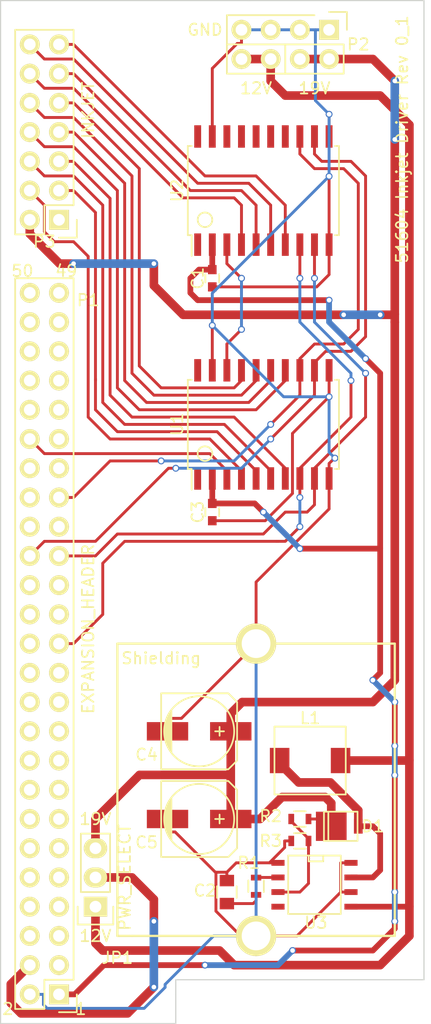
<source format=kicad_pcb>
(kicad_pcb (version 20171130) (host pcbnew "(5.1.12)-1")

  (general
    (thickness 1.6)
    (drawings 30)
    (tracks 397)
    (zones 0)
    (modules 19)
    (nets 81)
  )

  (page A4)
  (layers
    (0 F.Cu signal)
    (31 B.Cu signal)
    (32 B.Adhes user)
    (33 F.Adhes user hide)
    (34 B.Paste user)
    (35 F.Paste user)
    (36 B.SilkS user)
    (37 F.SilkS user)
    (38 B.Mask user)
    (39 F.Mask user)
    (40 Dwgs.User user)
    (41 Cmts.User user)
    (42 Eco1.User user)
    (43 Eco2.User user)
    (44 Edge.Cuts user)
    (45 Margin user)
    (46 B.CrtYd user)
    (47 F.CrtYd user)
    (48 B.Fab user)
    (49 F.Fab user)
  )

  (setup
    (last_trace_width 0.25)
    (user_trace_width 0.5)
    (user_trace_width 0.75)
    (trace_clearance 0.2)
    (zone_clearance 0.508)
    (zone_45_only no)
    (trace_min 0.2)
    (via_size 0.6)
    (via_drill 0.4)
    (via_min_size 0.4)
    (via_min_drill 0.3)
    (uvia_size 0.3)
    (uvia_drill 0.1)
    (uvias_allowed no)
    (uvia_min_size 0.2)
    (uvia_min_drill 0.1)
    (edge_width 0.1)
    (segment_width 0.15)
    (pcb_text_width 0.3)
    (pcb_text_size 1.5 1.5)
    (mod_edge_width 0.15)
    (mod_text_size 1 1)
    (mod_text_width 0.15)
    (pad_size 3.5 3.5)
    (pad_drill 2.49936)
    (pad_to_mask_clearance 0)
    (aux_axis_origin 0 0)
    (visible_elements 7FFFFFFF)
    (pcbplotparams
      (layerselection 0x00000_00000001)
      (usegerberextensions false)
      (usegerberattributes true)
      (usegerberadvancedattributes true)
      (creategerberjobfile true)
      (excludeedgelayer true)
      (linewidth 0.100000)
      (plotframeref false)
      (viasonmask false)
      (mode 1)
      (useauxorigin false)
      (hpglpennumber 1)
      (hpglpenspeed 20)
      (hpglpendiameter 15.000000)
      (psnegative false)
      (psa4output false)
      (plotreference true)
      (plotvalue true)
      (plotinvisibletext false)
      (padsonsilk false)
      (subtractmaskfromsilk false)
      (outputformat 0)
      (mirror false)
      (drillshape 0)
      (scaleselection 1)
      (outputdirectory "Gerbers/"))
  )

  (net 0 "")
  (net 1 GND)
  (net 2 19V)
  (net 3 "Net-(P3-Pad1)")
  (net 4 "Net-(P3-Pad3)")
  (net 5 "Net-(P3-Pad4)")
  (net 6 "Net-(P3-Pad5)")
  (net 7 "Net-(P3-Pad6)")
  (net 8 "Net-(P3-Pad7)")
  (net 9 "Net-(P3-Pad8)")
  (net 10 "Net-(P3-Pad9)")
  (net 11 "Net-(P3-Pad10)")
  (net 12 "Net-(P3-Pad11)")
  (net 13 "Net-(P3-Pad12)")
  (net 14 "Net-(P3-Pad13)")
  (net 15 "Net-(P3-Pad14)")
  (net 16 "Net-(U1-Pad1)")
  (net 17 "Net-(U1-Pad18)")
  (net 18 "Net-(U1-Pad20)")
  (net 19 "Net-(U2-Pad1)")
  (net 20 "Net-(U2-Pad14)")
  (net 21 "Net-(U2-Pad15)")
  (net 22 "Net-(U2-Pad16)")
  (net 23 "Net-(U2-Pad17)")
  (net 24 "Net-(U2-Pad18)")
  (net 25 "Net-(U2-Pad20)")
  (net 26 +5V)
  (net 27 "Net-(C2-Pad1)")
  (net 28 "Net-(D1-Pad2)")
  (net 29 +12V)
  (net 30 "Net-(JP1-Pad2)")
  (net 31 "Net-(R1-Pad1)")
  (net 32 "Net-(R2-Pad2)")
  (net 33 "Net-(P1-Pad40)")
  (net 34 "Net-(P1-Pad25)")
  (net 35 "Net-(P1-Pad31)")
  (net 36 "Net-(P1-Pad32)")
  (net 37 "Net-(P1-Pad35)")
  (net 38 "Net-(U3-Pad4)")
  (net 39 "Net-(P1-Pad3)")
  (net 40 "Net-(P1-Pad5)")
  (net 41 "Net-(P1-Pad6)")
  (net 42 "Net-(P1-Pad7)")
  (net 43 "Net-(P1-Pad8)")
  (net 44 "Net-(P1-Pad9)")
  (net 45 "Net-(P1-Pad10)")
  (net 46 "Net-(P1-Pad11)")
  (net 47 "Net-(P1-Pad12)")
  (net 48 "Net-(P1-Pad13)")
  (net 49 "Net-(P1-Pad14)")
  (net 50 "Net-(P1-Pad15)")
  (net 51 "Net-(P1-Pad16)")
  (net 52 "Net-(P1-Pad17)")
  (net 53 "Net-(P1-Pad18)")
  (net 54 "Net-(P1-Pad19)")
  (net 55 "Net-(P1-Pad20)")
  (net 56 "Net-(P1-Pad21)")
  (net 57 "Net-(P1-Pad22)")
  (net 58 "Net-(P1-Pad23)")
  (net 59 "Net-(P1-Pad24)")
  (net 60 "Net-(P1-Pad26)")
  (net 61 "Net-(P1-Pad27)")
  (net 62 "Net-(P1-Pad28)")
  (net 63 "Net-(P1-Pad29)")
  (net 64 "Net-(P1-Pad30)")
  (net 65 "Net-(P1-Pad33)")
  (net 66 "Net-(P1-Pad34)")
  (net 67 "Net-(P1-Pad36)")
  (net 68 "Net-(P1-Pad37)")
  (net 69 "Net-(P1-Pad38)")
  (net 70 "Net-(P1-Pad39)")
  (net 71 "Net-(P1-Pad41)")
  (net 72 "Net-(P1-Pad42)")
  (net 73 "Net-(P1-Pad43)")
  (net 74 "Net-(P1-Pad44)")
  (net 75 "Net-(P1-Pad45)")
  (net 76 "Net-(P1-Pad46)")
  (net 77 "Net-(P1-Pad47)")
  (net 78 "Net-(P1-Pad48)")
  (net 79 "Net-(P1-Pad49)")
  (net 80 "Net-(P1-Pad50)")

  (net_class Default "This is the default net class."
    (clearance 0.2)
    (trace_width 0.25)
    (via_dia 0.6)
    (via_drill 0.4)
    (uvia_dia 0.3)
    (uvia_drill 0.1)
    (add_net +12V)
    (add_net +5V)
    (add_net 19V)
    (add_net GND)
    (add_net "Net-(C2-Pad1)")
    (add_net "Net-(D1-Pad2)")
    (add_net "Net-(JP1-Pad2)")
    (add_net "Net-(P1-Pad10)")
    (add_net "Net-(P1-Pad11)")
    (add_net "Net-(P1-Pad12)")
    (add_net "Net-(P1-Pad13)")
    (add_net "Net-(P1-Pad14)")
    (add_net "Net-(P1-Pad15)")
    (add_net "Net-(P1-Pad16)")
    (add_net "Net-(P1-Pad17)")
    (add_net "Net-(P1-Pad18)")
    (add_net "Net-(P1-Pad19)")
    (add_net "Net-(P1-Pad20)")
    (add_net "Net-(P1-Pad21)")
    (add_net "Net-(P1-Pad22)")
    (add_net "Net-(P1-Pad23)")
    (add_net "Net-(P1-Pad24)")
    (add_net "Net-(P1-Pad25)")
    (add_net "Net-(P1-Pad26)")
    (add_net "Net-(P1-Pad27)")
    (add_net "Net-(P1-Pad28)")
    (add_net "Net-(P1-Pad29)")
    (add_net "Net-(P1-Pad3)")
    (add_net "Net-(P1-Pad30)")
    (add_net "Net-(P1-Pad31)")
    (add_net "Net-(P1-Pad32)")
    (add_net "Net-(P1-Pad33)")
    (add_net "Net-(P1-Pad34)")
    (add_net "Net-(P1-Pad35)")
    (add_net "Net-(P1-Pad36)")
    (add_net "Net-(P1-Pad37)")
    (add_net "Net-(P1-Pad38)")
    (add_net "Net-(P1-Pad39)")
    (add_net "Net-(P1-Pad40)")
    (add_net "Net-(P1-Pad41)")
    (add_net "Net-(P1-Pad42)")
    (add_net "Net-(P1-Pad43)")
    (add_net "Net-(P1-Pad44)")
    (add_net "Net-(P1-Pad45)")
    (add_net "Net-(P1-Pad46)")
    (add_net "Net-(P1-Pad47)")
    (add_net "Net-(P1-Pad48)")
    (add_net "Net-(P1-Pad49)")
    (add_net "Net-(P1-Pad5)")
    (add_net "Net-(P1-Pad50)")
    (add_net "Net-(P1-Pad6)")
    (add_net "Net-(P1-Pad7)")
    (add_net "Net-(P1-Pad8)")
    (add_net "Net-(P1-Pad9)")
    (add_net "Net-(P3-Pad1)")
    (add_net "Net-(P3-Pad10)")
    (add_net "Net-(P3-Pad11)")
    (add_net "Net-(P3-Pad12)")
    (add_net "Net-(P3-Pad13)")
    (add_net "Net-(P3-Pad14)")
    (add_net "Net-(P3-Pad3)")
    (add_net "Net-(P3-Pad4)")
    (add_net "Net-(P3-Pad5)")
    (add_net "Net-(P3-Pad6)")
    (add_net "Net-(P3-Pad7)")
    (add_net "Net-(P3-Pad8)")
    (add_net "Net-(P3-Pad9)")
    (add_net "Net-(R1-Pad1)")
    (add_net "Net-(R2-Pad2)")
    (add_net "Net-(U1-Pad1)")
    (add_net "Net-(U1-Pad18)")
    (add_net "Net-(U1-Pad20)")
    (add_net "Net-(U2-Pad1)")
    (add_net "Net-(U2-Pad14)")
    (add_net "Net-(U2-Pad15)")
    (add_net "Net-(U2-Pad16)")
    (add_net "Net-(U2-Pad17)")
    (add_net "Net-(U2-Pad18)")
    (add_net "Net-(U2-Pad20)")
    (add_net "Net-(U3-Pad4)")
  )

  (module Housings_SOIC:SOIC-20_7.5x12.8mm_Pitch1.27mm (layer F.Cu) (tedit 55A3B98E) (tstamp 559E5D13)
    (at 121.92 64.77 90)
    (descr "20-Lead Plastic Small Outline (SO) - Wide, 7.50 mm Body [SOIC] (see Microchip Packaging Specification 00000049BS.pdf)")
    (tags "SOIC 1.27")
    (path /559CF38A)
    (attr smd)
    (fp_text reference U1 (at 0 -7.5 90) (layer F.SilkS)
      (effects (font (size 1 1) (thickness 0.15)))
    )
    (fp_text value 6B595 (at 0 7.5 90) (layer F.Fab)
      (effects (font (size 1 1) (thickness 0.15)))
    )
    (fp_line (start -3.875 -6.24) (end -5.675 -6.24) (layer F.SilkS) (width 0.15))
    (fp_line (start -3.875 6.575) (end 3.875 6.575) (layer F.SilkS) (width 0.15))
    (fp_line (start -3.875 -6.575) (end 3.875 -6.575) (layer F.SilkS) (width 0.15))
    (fp_line (start -3.875 6.575) (end -3.875 6.24) (layer F.SilkS) (width 0.15))
    (fp_line (start 3.875 6.575) (end 3.875 6.24) (layer F.SilkS) (width 0.15))
    (fp_line (start 3.875 -6.575) (end 3.875 -6.24) (layer F.SilkS) (width 0.15))
    (fp_line (start -3.875 -6.575) (end -3.875 -6.24) (layer F.SilkS) (width 0.15))
    (fp_line (start -5.95 6.75) (end 5.95 6.75) (layer F.CrtYd) (width 0.05))
    (fp_line (start -5.95 -6.75) (end 5.95 -6.75) (layer F.CrtYd) (width 0.05))
    (fp_line (start 5.95 -6.75) (end 5.95 6.75) (layer F.CrtYd) (width 0.05))
    (fp_line (start -5.95 -6.75) (end -5.95 6.75) (layer F.CrtYd) (width 0.05))
    (pad 1 smd rect (at -4.7 -5.715 90) (size 1.95 0.6) (layers F.Cu F.Paste F.Mask)
      (net 16 "Net-(U1-Pad1)"))
    (pad 2 smd rect (at -4.7 -4.445 90) (size 1.95 0.6) (layers F.Cu F.Paste F.Mask)
      (net 26 +5V))
    (pad 3 smd rect (at -4.7 -3.175 90) (size 1.95 0.6) (layers F.Cu F.Paste F.Mask)
      (net 33 "Net-(P1-Pad40)"))
    (pad 4 smd rect (at -4.7 -1.905 90) (size 1.95 0.6) (layers F.Cu F.Paste F.Mask)
      (net 5 "Net-(P3-Pad4)"))
    (pad 5 smd rect (at -4.7 -0.635 90) (size 1.95 0.6) (layers F.Cu F.Paste F.Mask)
      (net 4 "Net-(P3-Pad3)"))
    (pad 6 smd rect (at -4.7 0.635 90) (size 1.95 0.6) (layers F.Cu F.Paste F.Mask)
      (net 7 "Net-(P3-Pad6)"))
    (pad 7 smd rect (at -4.7 1.905 90) (size 1.95 0.6) (layers F.Cu F.Paste F.Mask)
      (net 6 "Net-(P3-Pad5)"))
    (pad 8 smd rect (at -4.7 3.175 90) (size 1.95 0.6) (layers F.Cu F.Paste F.Mask)
      (net 34 "Net-(P1-Pad25)"))
    (pad 9 smd rect (at -4.7 4.445 90) (size 1.95 0.6) (layers F.Cu F.Paste F.Mask)
      (net 35 "Net-(P1-Pad31)"))
    (pad 10 smd rect (at -4.7 5.715 90) (size 1.95 0.6) (layers F.Cu F.Paste F.Mask)
      (net 1 GND))
    (pad 11 smd rect (at 4.7 5.715 90) (size 1.95 0.6) (layers F.Cu F.Paste F.Mask)
      (net 1 GND))
    (pad 12 smd rect (at 4.7 4.445 90) (size 1.95 0.6) (layers F.Cu F.Paste F.Mask)
      (net 36 "Net-(P1-Pad32)"))
    (pad 13 smd rect (at 4.7 3.175 90) (size 1.95 0.6) (layers F.Cu F.Paste F.Mask)
      (net 37 "Net-(P1-Pad35)"))
    (pad 14 smd rect (at 4.7 1.905 90) (size 1.95 0.6) (layers F.Cu F.Paste F.Mask)
      (net 9 "Net-(P3-Pad8)"))
    (pad 15 smd rect (at 4.7 0.635 90) (size 1.95 0.6) (layers F.Cu F.Paste F.Mask)
      (net 8 "Net-(P3-Pad7)"))
    (pad 16 smd rect (at 4.7 -0.635 90) (size 1.95 0.6) (layers F.Cu F.Paste F.Mask)
      (net 11 "Net-(P3-Pad10)"))
    (pad 17 smd rect (at 4.7 -1.905 90) (size 1.95 0.6) (layers F.Cu F.Paste F.Mask)
      (net 10 "Net-(P3-Pad9)"))
    (pad 18 smd rect (at 4.7 -3.175 90) (size 1.95 0.6) (layers F.Cu F.Paste F.Mask)
      (net 17 "Net-(U1-Pad18)"))
    (pad 19 smd rect (at 4.7 -4.445 90) (size 1.95 0.6) (layers F.Cu F.Paste F.Mask)
      (net 1 GND))
    (pad 20 smd rect (at 4.7 -5.715 90) (size 1.95 0.6) (layers F.Cu F.Paste F.Mask)
      (net 18 "Net-(U1-Pad20)"))
    (model Housings_SOIC.3dshapes/SOIC-20_7.5x12.8mm_Pitch1.27mm.wrl
      (at (xyz 0 0 0))
      (scale (xyz 1 1 1))
      (rotate (xyz 0 0 0))
    )
  )

  (module Housings_SOIC:SOIC-20_7.5x12.8mm_Pitch1.27mm (layer F.Cu) (tedit 55A3B989) (tstamp 559E5D2B)
    (at 121.92 44.45 90)
    (descr "20-Lead Plastic Small Outline (SO) - Wide, 7.50 mm Body [SOIC] (see Microchip Packaging Specification 00000049BS.pdf)")
    (tags "SOIC 1.27")
    (path /559CF3EE)
    (attr smd)
    (fp_text reference U2 (at 0 -7.5 90) (layer F.SilkS)
      (effects (font (size 1 1) (thickness 0.15)))
    )
    (fp_text value 6B595 (at 0 7.5 90) (layer F.Fab)
      (effects (font (size 1 1) (thickness 0.15)))
    )
    (fp_line (start -3.875 -6.24) (end -5.675 -6.24) (layer F.SilkS) (width 0.15))
    (fp_line (start -3.875 6.575) (end 3.875 6.575) (layer F.SilkS) (width 0.15))
    (fp_line (start -3.875 -6.575) (end 3.875 -6.575) (layer F.SilkS) (width 0.15))
    (fp_line (start -3.875 6.575) (end -3.875 6.24) (layer F.SilkS) (width 0.15))
    (fp_line (start 3.875 6.575) (end 3.875 6.24) (layer F.SilkS) (width 0.15))
    (fp_line (start 3.875 -6.575) (end 3.875 -6.24) (layer F.SilkS) (width 0.15))
    (fp_line (start -3.875 -6.575) (end -3.875 -6.24) (layer F.SilkS) (width 0.15))
    (fp_line (start -5.95 6.75) (end 5.95 6.75) (layer F.CrtYd) (width 0.05))
    (fp_line (start -5.95 -6.75) (end 5.95 -6.75) (layer F.CrtYd) (width 0.05))
    (fp_line (start 5.95 -6.75) (end 5.95 6.75) (layer F.CrtYd) (width 0.05))
    (fp_line (start -5.95 -6.75) (end -5.95 6.75) (layer F.CrtYd) (width 0.05))
    (pad 1 smd rect (at -4.7 -5.715 90) (size 1.95 0.6) (layers F.Cu F.Paste F.Mask)
      (net 19 "Net-(U2-Pad1)"))
    (pad 2 smd rect (at -4.7 -4.445 90) (size 1.95 0.6) (layers F.Cu F.Paste F.Mask)
      (net 26 +5V))
    (pad 3 smd rect (at -4.7 -3.175 90) (size 1.95 0.6) (layers F.Cu F.Paste F.Mask)
      (net 17 "Net-(U1-Pad18)"))
    (pad 4 smd rect (at -4.7 -1.905 90) (size 1.95 0.6) (layers F.Cu F.Paste F.Mask)
      (net 13 "Net-(P3-Pad12)"))
    (pad 5 smd rect (at -4.7 -0.635 90) (size 1.95 0.6) (layers F.Cu F.Paste F.Mask)
      (net 12 "Net-(P3-Pad11)"))
    (pad 6 smd rect (at -4.7 0.635 90) (size 1.95 0.6) (layers F.Cu F.Paste F.Mask)
      (net 15 "Net-(P3-Pad14)"))
    (pad 7 smd rect (at -4.7 1.905 90) (size 1.95 0.6) (layers F.Cu F.Paste F.Mask)
      (net 14 "Net-(P3-Pad13)"))
    (pad 8 smd rect (at -4.7 3.175 90) (size 1.95 0.6) (layers F.Cu F.Paste F.Mask)
      (net 34 "Net-(P1-Pad25)"))
    (pad 9 smd rect (at -4.7 4.445 90) (size 1.95 0.6) (layers F.Cu F.Paste F.Mask)
      (net 35 "Net-(P1-Pad31)"))
    (pad 10 smd rect (at -4.7 5.715 90) (size 1.95 0.6) (layers F.Cu F.Paste F.Mask)
      (net 1 GND))
    (pad 11 smd rect (at 4.7 5.715 90) (size 1.95 0.6) (layers F.Cu F.Paste F.Mask)
      (net 1 GND))
    (pad 12 smd rect (at 4.7 4.445 90) (size 1.95 0.6) (layers F.Cu F.Paste F.Mask)
      (net 36 "Net-(P1-Pad32)"))
    (pad 13 smd rect (at 4.7 3.175 90) (size 1.95 0.6) (layers F.Cu F.Paste F.Mask)
      (net 37 "Net-(P1-Pad35)"))
    (pad 14 smd rect (at 4.7 1.905 90) (size 1.95 0.6) (layers F.Cu F.Paste F.Mask)
      (net 20 "Net-(U2-Pad14)"))
    (pad 15 smd rect (at 4.7 0.635 90) (size 1.95 0.6) (layers F.Cu F.Paste F.Mask)
      (net 21 "Net-(U2-Pad15)"))
    (pad 16 smd rect (at 4.7 -0.635 90) (size 1.95 0.6) (layers F.Cu F.Paste F.Mask)
      (net 22 "Net-(U2-Pad16)"))
    (pad 17 smd rect (at 4.7 -1.905 90) (size 1.95 0.6) (layers F.Cu F.Paste F.Mask)
      (net 23 "Net-(U2-Pad17)"))
    (pad 18 smd rect (at 4.7 -3.175 90) (size 1.95 0.6) (layers F.Cu F.Paste F.Mask)
      (net 24 "Net-(U2-Pad18)"))
    (pad 19 smd rect (at 4.7 -4.445 90) (size 1.95 0.6) (layers F.Cu F.Paste F.Mask)
      (net 1 GND))
    (pad 20 smd rect (at 4.7 -5.715 90) (size 1.95 0.6) (layers F.Cu F.Paste F.Mask)
      (net 25 "Net-(U2-Pad20)"))
    (model Housings_SOIC.3dshapes/SOIC-20_7.5x12.8mm_Pitch1.27mm.wrl
      (at (xyz 0 0 0))
      (scale (xyz 1 1 1))
      (rotate (xyz 0 0 0))
    )
  )

  (module Wire_Pads:SolderWirePad_single_2-5mmDrill (layer F.Cu) (tedit 55A3A79D) (tstamp 55A380CE)
    (at 121.285 83.82)
    (fp_text reference SM1 (at 0 2.54) (layer F.Fab)
      (effects (font (size 1 1) (thickness 0.15)))
    )
    (fp_text value Shielding (at -8.255 1.27) (layer F.SilkS)
      (effects (font (size 1 1) (thickness 0.15)))
    )
    (pad 1 thru_hole circle (at 0 0) (size 3.5 3.5) (drill 2.49936) (layers *.Cu *.Mask F.SilkS)
      (net 1 GND))
  )

  (module Capacitors_SMD:C_0603 (layer F.Cu) (tedit 5415D631) (tstamp 559E5C71)
    (at 117.475 52.07 270)
    (descr "Capacitor SMD 0603, reflow soldering, AVX (see smccp.pdf)")
    (tags "capacitor 0603")
    (path /559CFD31)
    (attr smd)
    (fp_text reference C1 (at 0 1.27 270) (layer F.SilkS)
      (effects (font (size 1 1) (thickness 0.15)))
    )
    (fp_text value 0.1uF (at 0 1.9 270) (layer F.Fab)
      (effects (font (size 1 1) (thickness 0.15)))
    )
    (fp_line (start 0.35 0.6) (end -0.35 0.6) (layer F.SilkS) (width 0.15))
    (fp_line (start -0.35 -0.6) (end 0.35 -0.6) (layer F.SilkS) (width 0.15))
    (fp_line (start 1.45 -0.75) (end 1.45 0.75) (layer F.CrtYd) (width 0.05))
    (fp_line (start -1.45 -0.75) (end -1.45 0.75) (layer F.CrtYd) (width 0.05))
    (fp_line (start -1.45 0.75) (end 1.45 0.75) (layer F.CrtYd) (width 0.05))
    (fp_line (start -1.45 -0.75) (end 1.45 -0.75) (layer F.CrtYd) (width 0.05))
    (pad 1 smd rect (at -0.75 0 270) (size 0.8 0.75) (layers F.Cu F.Paste F.Mask)
      (net 26 +5V))
    (pad 2 smd rect (at 0.75 0 270) (size 0.8 0.75) (layers F.Cu F.Paste F.Mask)
      (net 1 GND))
    (model Capacitors_SMD.3dshapes/C_0603.wrl
      (at (xyz 0 0 0))
      (scale (xyz 1 1 1))
      (rotate (xyz 0 0 0))
    )
  )

  (module Capacitors_SMD:C_0603 (layer F.Cu) (tedit 5415D631) (tstamp 559E5C7D)
    (at 117.475 72.39 270)
    (descr "Capacitor SMD 0603, reflow soldering, AVX (see smccp.pdf)")
    (tags "capacitor 0603")
    (path /559D1954)
    (attr smd)
    (fp_text reference C3 (at 0 1.27 90) (layer F.SilkS)
      (effects (font (size 1 1) (thickness 0.15)))
    )
    (fp_text value 0.1uF (at 0 1.9 270) (layer F.Fab)
      (effects (font (size 1 1) (thickness 0.15)))
    )
    (fp_line (start 0.35 0.6) (end -0.35 0.6) (layer F.SilkS) (width 0.15))
    (fp_line (start -0.35 -0.6) (end 0.35 -0.6) (layer F.SilkS) (width 0.15))
    (fp_line (start 1.45 -0.75) (end 1.45 0.75) (layer F.CrtYd) (width 0.05))
    (fp_line (start -1.45 -0.75) (end -1.45 0.75) (layer F.CrtYd) (width 0.05))
    (fp_line (start -1.45 0.75) (end 1.45 0.75) (layer F.CrtYd) (width 0.05))
    (fp_line (start -1.45 -0.75) (end 1.45 -0.75) (layer F.CrtYd) (width 0.05))
    (pad 1 smd rect (at -0.75 0 270) (size 0.8 0.75) (layers F.Cu F.Paste F.Mask)
      (net 26 +5V))
    (pad 2 smd rect (at 0.75 0 270) (size 0.8 0.75) (layers F.Cu F.Paste F.Mask)
      (net 1 GND))
    (model Capacitors_SMD.3dshapes/C_0603.wrl
      (at (xyz 0 0 0))
      (scale (xyz 1 1 1))
      (rotate (xyz 0 0 0))
    )
  )

  (module InkJetPart:CLF6045_Inductor (layer F.Cu) (tedit 0) (tstamp 559E5C95)
    (at 125.984 93.98 180)
    (path /559E451D)
    (fp_text reference L1 (at 0 3.683) (layer F.SilkS)
      (effects (font (size 1 1) (thickness 0.15)))
    )
    (fp_text value 220uH (at -1.27 3.81 180) (layer F.Fab)
      (effects (font (size 1 1) (thickness 0.15)))
    )
    (fp_line (start -3.1 2.95) (end -3.1 -2.95) (layer F.SilkS) (width 0.15))
    (fp_line (start -3.1 -2.95) (end 3.1 -2.95) (layer F.SilkS) (width 0.15))
    (fp_line (start 3.1 -2.95) (end 3.1 2.95) (layer F.SilkS) (width 0.15))
    (fp_line (start -3.1 2.95) (end 3.1 2.95) (layer F.SilkS) (width 0.15))
    (pad 1 smd rect (at -2.65 0 180) (size 1.7 2.2) (layers F.Cu F.Paste F.Mask)
      (net 29 +12V))
    (pad 2 smd rect (at 2.65 0 180) (size 1.7 2.2) (layers F.Cu F.Paste F.Mask)
      (net 28 "Net-(D1-Pad2)"))
  )

  (module Pin_Headers:Pin_Header_Straight_2x07 (layer F.Cu) (tedit 55A3A736) (tstamp 559E5CE9)
    (at 104.14 46.99 180)
    (descr "Through hole pin header")
    (tags "pin header")
    (path /559CF69E)
    (fp_text reference P3 (at 1.27 -1.905 180) (layer F.SilkS)
      (effects (font (size 1 1) (thickness 0.15)))
    )
    (fp_text value INKJET (at -2.54 9.525 270) (layer F.SilkS)
      (effects (font (size 1 1) (thickness 0.15)))
    )
    (fp_line (start -1.55 -1.55) (end -1.55 0) (layer F.SilkS) (width 0.15))
    (fp_line (start 1.27 1.27) (end -1.27 1.27) (layer F.SilkS) (width 0.15))
    (fp_line (start 1.27 -1.27) (end 1.27 1.27) (layer F.SilkS) (width 0.15))
    (fp_line (start 0 -1.55) (end -1.55 -1.55) (layer F.SilkS) (width 0.15))
    (fp_line (start 3.81 -1.27) (end 1.27 -1.27) (layer F.SilkS) (width 0.15))
    (fp_line (start 3.81 16.51) (end -1.27 16.51) (layer F.SilkS) (width 0.15))
    (fp_line (start -1.27 1.27) (end -1.27 16.51) (layer F.SilkS) (width 0.15))
    (fp_line (start 3.81 16.51) (end 3.81 -1.27) (layer F.SilkS) (width 0.15))
    (fp_line (start -1.75 17) (end 4.3 17) (layer F.CrtYd) (width 0.05))
    (fp_line (start -1.75 -1.75) (end 4.3 -1.75) (layer F.CrtYd) (width 0.05))
    (fp_line (start 4.3 -1.75) (end 4.3 17) (layer F.CrtYd) (width 0.05))
    (fp_line (start -1.75 -1.75) (end -1.75 17) (layer F.CrtYd) (width 0.05))
    (pad 1 thru_hole rect (at 0 0 180) (size 1.7272 1.7272) (drill 1.016) (layers *.Cu *.Mask F.SilkS)
      (net 3 "Net-(P3-Pad1)"))
    (pad 2 thru_hole oval (at 2.54 0 180) (size 1.7272 1.7272) (drill 1.016) (layers *.Cu *.Mask F.SilkS)
      (net 2 19V))
    (pad 3 thru_hole oval (at 0 2.54 180) (size 1.7272 1.7272) (drill 1.016) (layers *.Cu *.Mask F.SilkS)
      (net 4 "Net-(P3-Pad3)"))
    (pad 4 thru_hole oval (at 2.54 2.54 180) (size 1.7272 1.7272) (drill 1.016) (layers *.Cu *.Mask F.SilkS)
      (net 5 "Net-(P3-Pad4)"))
    (pad 5 thru_hole oval (at 0 5.08 180) (size 1.7272 1.7272) (drill 1.016) (layers *.Cu *.Mask F.SilkS)
      (net 6 "Net-(P3-Pad5)"))
    (pad 6 thru_hole oval (at 2.54 5.08 180) (size 1.7272 1.7272) (drill 1.016) (layers *.Cu *.Mask F.SilkS)
      (net 7 "Net-(P3-Pad6)"))
    (pad 7 thru_hole oval (at 0 7.62 180) (size 1.7272 1.7272) (drill 1.016) (layers *.Cu *.Mask F.SilkS)
      (net 8 "Net-(P3-Pad7)"))
    (pad 8 thru_hole oval (at 2.54 7.62 180) (size 1.7272 1.7272) (drill 1.016) (layers *.Cu *.Mask F.SilkS)
      (net 9 "Net-(P3-Pad8)"))
    (pad 9 thru_hole oval (at 0 10.16 180) (size 1.7272 1.7272) (drill 1.016) (layers *.Cu *.Mask F.SilkS)
      (net 10 "Net-(P3-Pad9)"))
    (pad 10 thru_hole oval (at 2.54 10.16 180) (size 1.7272 1.7272) (drill 1.016) (layers *.Cu *.Mask F.SilkS)
      (net 11 "Net-(P3-Pad10)"))
    (pad 11 thru_hole oval (at 0 12.7 180) (size 1.7272 1.7272) (drill 1.016) (layers *.Cu *.Mask F.SilkS)
      (net 12 "Net-(P3-Pad11)"))
    (pad 12 thru_hole oval (at 2.54 12.7 180) (size 1.7272 1.7272) (drill 1.016) (layers *.Cu *.Mask F.SilkS)
      (net 13 "Net-(P3-Pad12)"))
    (pad 13 thru_hole oval (at 0 15.24 180) (size 1.7272 1.7272) (drill 1.016) (layers *.Cu *.Mask F.SilkS)
      (net 14 "Net-(P3-Pad13)"))
    (pad 14 thru_hole oval (at 2.54 15.24 180) (size 1.7272 1.7272) (drill 1.016) (layers *.Cu *.Mask F.SilkS)
      (net 15 "Net-(P3-Pad14)"))
    (model Pin_Headers.3dshapes/Pin_Header_Straight_2x07.wrl
      (offset (xyz 1.269999980926514 -7.619999885559082 0))
      (scale (xyz 1 1 1))
      (rotate (xyz 0 0 90))
    )
  )

  (module Resistors_SMD:R_0603 (layer F.Cu) (tedit 5415CC62) (tstamp 559E5CEF)
    (at 121.285 104.902 270)
    (descr "Resistor SMD 0603, reflow soldering, Vishay (see dcrcw.pdf)")
    (tags "resistor 0603")
    (path /559E47C2)
    (attr smd)
    (fp_text reference R1 (at -2.032 0.635 180) (layer F.SilkS)
      (effects (font (size 1 1) (thickness 0.15)))
    )
    (fp_text value 1k (at 0 1.27 270) (layer F.Fab)
      (effects (font (size 1 1) (thickness 0.15)))
    )
    (fp_line (start -0.5 -0.675) (end 0.5 -0.675) (layer F.SilkS) (width 0.15))
    (fp_line (start 0.5 0.675) (end -0.5 0.675) (layer F.SilkS) (width 0.15))
    (fp_line (start 1.3 -0.8) (end 1.3 0.8) (layer F.CrtYd) (width 0.05))
    (fp_line (start -1.3 -0.8) (end -1.3 0.8) (layer F.CrtYd) (width 0.05))
    (fp_line (start -1.3 0.8) (end 1.3 0.8) (layer F.CrtYd) (width 0.05))
    (fp_line (start -1.3 -0.8) (end 1.3 -0.8) (layer F.CrtYd) (width 0.05))
    (pad 1 smd rect (at -0.75 0 270) (size 0.5 0.9) (layers F.Cu F.Paste F.Mask)
      (net 31 "Net-(R1-Pad1)"))
    (pad 2 smd rect (at 0.75 0 270) (size 0.5 0.9) (layers F.Cu F.Paste F.Mask)
      (net 27 "Net-(C2-Pad1)"))
    (model Resistors_SMD.3dshapes/R_0603.wrl
      (at (xyz 0 0 0))
      (scale (xyz 1 1 1))
      (rotate (xyz 0 0 0))
    )
  )

  (module Resistors_SMD:R_0603 (layer F.Cu) (tedit 5415CC62) (tstamp 559E5CF5)
    (at 125.095 99.06 180)
    (descr "Resistor SMD 0603, reflow soldering, Vishay (see dcrcw.pdf)")
    (tags "resistor 0603")
    (path /559E4700)
    (attr smd)
    (fp_text reference R2 (at 2.54 0.254) (layer F.SilkS)
      (effects (font (size 1 1) (thickness 0.15)))
    )
    (fp_text value 18.7k (at 0.75 1.27 180) (layer F.Fab)
      (effects (font (size 1 1) (thickness 0.15)))
    )
    (fp_line (start -0.5 -0.675) (end 0.5 -0.675) (layer F.SilkS) (width 0.15))
    (fp_line (start 0.5 0.675) (end -0.5 0.675) (layer F.SilkS) (width 0.15))
    (fp_line (start 1.3 -0.8) (end 1.3 0.8) (layer F.CrtYd) (width 0.05))
    (fp_line (start -1.3 -0.8) (end -1.3 0.8) (layer F.CrtYd) (width 0.05))
    (fp_line (start -1.3 0.8) (end 1.3 0.8) (layer F.CrtYd) (width 0.05))
    (fp_line (start -1.3 -0.8) (end 1.3 -0.8) (layer F.CrtYd) (width 0.05))
    (pad 1 smd rect (at -0.75 0 180) (size 0.5 0.9) (layers F.Cu F.Paste F.Mask)
      (net 2 19V))
    (pad 2 smd rect (at 0.75 0 180) (size 0.5 0.9) (layers F.Cu F.Paste F.Mask)
      (net 32 "Net-(R2-Pad2)"))
    (model Resistors_SMD.3dshapes/R_0603.wrl
      (at (xyz 0 0 0))
      (scale (xyz 1 1 1))
      (rotate (xyz 0 0 0))
    )
  )

  (module Resistors_SMD:R_0603 (layer F.Cu) (tedit 5415CC62) (tstamp 559E5CFB)
    (at 125.095 100.965 180)
    (descr "Resistor SMD 0603, reflow soldering, Vishay (see dcrcw.pdf)")
    (tags "resistor 0603")
    (path /559E4771)
    (attr smd)
    (fp_text reference R3 (at 2.54 0) (layer F.SilkS)
      (effects (font (size 1 1) (thickness 0.15)))
    )
    (fp_text value 1.27k (at 0.635 1.27 180) (layer F.Fab)
      (effects (font (size 1 1) (thickness 0.15)))
    )
    (fp_line (start -0.5 -0.675) (end 0.5 -0.675) (layer F.SilkS) (width 0.15))
    (fp_line (start 0.5 0.675) (end -0.5 0.675) (layer F.SilkS) (width 0.15))
    (fp_line (start 1.3 -0.8) (end 1.3 0.8) (layer F.CrtYd) (width 0.05))
    (fp_line (start -1.3 -0.8) (end -1.3 0.8) (layer F.CrtYd) (width 0.05))
    (fp_line (start -1.3 0.8) (end 1.3 0.8) (layer F.CrtYd) (width 0.05))
    (fp_line (start -1.3 -0.8) (end 1.3 -0.8) (layer F.CrtYd) (width 0.05))
    (pad 1 smd rect (at -0.75 0 180) (size 0.5 0.9) (layers F.Cu F.Paste F.Mask)
      (net 32 "Net-(R2-Pad2)"))
    (pad 2 smd rect (at 0.75 0 180) (size 0.5 0.9) (layers F.Cu F.Paste F.Mask)
      (net 1 GND))
    (model Resistors_SMD.3dshapes/R_0603.wrl
      (at (xyz 0 0 0))
      (scale (xyz 1 1 1))
      (rotate (xyz 0 0 0))
    )
  )

  (module SMD_Packages:SOIC-8-N (layer F.Cu) (tedit 0) (tstamp 559E5D37)
    (at 126.365 104.775 270)
    (descr "Module Narrow CMS SOJ 8 pins large")
    (tags "CMS SOJ")
    (path /559E4356)
    (attr smd)
    (fp_text reference U3 (at 3.302 -0.127 180) (layer F.SilkS)
      (effects (font (size 1 1) (thickness 0.15)))
    )
    (fp_text value LT1072 (at 0 1.27 270) (layer F.Fab)
      (effects (font (size 1 1) (thickness 0.15)))
    )
    (fp_line (start -2.032 0.508) (end -2.54 0.508) (layer F.SilkS) (width 0.15))
    (fp_line (start -2.032 -0.762) (end -2.032 0.508) (layer F.SilkS) (width 0.15))
    (fp_line (start -2.54 -0.762) (end -2.032 -0.762) (layer F.SilkS) (width 0.15))
    (fp_line (start -2.54 2.286) (end -2.54 -2.286) (layer F.SilkS) (width 0.15))
    (fp_line (start 2.54 2.286) (end -2.54 2.286) (layer F.SilkS) (width 0.15))
    (fp_line (start 2.54 -2.286) (end 2.54 2.286) (layer F.SilkS) (width 0.15))
    (fp_line (start -2.54 -2.286) (end 2.54 -2.286) (layer F.SilkS) (width 0.15))
    (pad 8 smd rect (at -1.905 -3.175 270) (size 0.508 1.143) (layers F.Cu F.Paste F.Mask)
      (net 1 GND))
    (pad 7 smd rect (at -0.635 -3.175 270) (size 0.508 1.143) (layers F.Cu F.Paste F.Mask)
      (net 28 "Net-(D1-Pad2)"))
    (pad 6 smd rect (at 0.635 -3.175 270) (size 0.508 1.143) (layers F.Cu F.Paste F.Mask)
      (net 1 GND))
    (pad 5 smd rect (at 1.905 -3.175 270) (size 0.508 1.143) (layers F.Cu F.Paste F.Mask)
      (net 29 +12V))
    (pad 4 smd rect (at 1.905 3.175 270) (size 0.508 1.143) (layers F.Cu F.Paste F.Mask)
      (net 38 "Net-(U3-Pad4)"))
    (pad 3 smd rect (at 0.635 3.175 270) (size 0.508 1.143) (layers F.Cu F.Paste F.Mask)
      (net 32 "Net-(R2-Pad2)"))
    (pad 2 smd rect (at -0.635 3.175 270) (size 0.508 1.143) (layers F.Cu F.Paste F.Mask)
      (net 31 "Net-(R1-Pad1)"))
    (pad 1 smd rect (at -1.905 3.175 270) (size 0.508 1.143) (layers F.Cu F.Paste F.Mask)
      (net 1 GND))
    (model SMD_Packages.3dshapes/SOIC-8-N.wrl
      (at (xyz 0 0 0))
      (scale (xyz 0.5 0.38 0.5))
      (rotate (xyz 0 0 0))
    )
  )

  (module InkJetPart:DO-220_Diode (layer F.Cu) (tedit 0) (tstamp 559E906B)
    (at 127.824 99.695)
    (path /559E45A6)
    (fp_text reference D1 (at 3.621 0 180) (layer F.SilkS)
      (effects (font (size 1 1) (thickness 0.15)))
    )
    (fp_text value SS3P4 (at 6.161 0) (layer F.Fab)
      (effects (font (size 1 1) (thickness 0.15)))
    )
    (fp_line (start -0.635 1.27) (end 1.905 1.27) (layer F.SilkS) (width 0.15))
    (fp_line (start -0.635 -1.27) (end -0.635 1.27) (layer F.SilkS) (width 0.15))
    (fp_line (start -0.635 -1.27) (end 1.905 -1.27) (layer F.SilkS) (width 0.15))
    (fp_line (start 2.286 1.27) (end 1.778 1.27) (layer F.SilkS) (width 0.15))
    (fp_line (start 2.286 -1.27) (end 2.286 1.27) (layer F.SilkS) (width 0.15))
    (fp_line (start 1.778 -1.27) (end 2.286 -1.27) (layer F.SilkS) (width 0.15))
    (fp_line (start -0.254 -1.27) (end -0.254 1.27) (layer F.SilkS) (width 0.15))
    (pad 1 smd rect (at 0 0) (size 2.67 2.54) (layers F.Cu F.Paste F.Mask)
      (net 2 19V))
    (pad 2 smd rect (at 2.351 0) (size 0.762 1.27) (layers F.Cu F.Paste F.Mask)
      (net 28 "Net-(D1-Pad2)"))
  )

  (module Pin_Headers:Pin_Header_Straight_2x25 (layer F.Cu) (tedit 55A3A725) (tstamp 559E92FD)
    (at 104.14 114.3 180)
    (descr "Through hole pin header")
    (tags "pin header")
    (path /559D014F)
    (fp_text reference P1 (at -2.54 60.325 180) (layer F.SilkS)
      (effects (font (size 1 1) (thickness 0.15)))
    )
    (fp_text value EXPANSION_HEADER (at -2.54 31.75 270) (layer F.SilkS)
      (effects (font (size 1 1) (thickness 0.15)))
    )
    (fp_line (start -1.55 -1.55) (end -1.55 0) (layer F.SilkS) (width 0.15))
    (fp_line (start 1.27 1.27) (end -1.27 1.27) (layer F.SilkS) (width 0.15))
    (fp_line (start 1.27 -1.27) (end 1.27 1.27) (layer F.SilkS) (width 0.15))
    (fp_line (start 0 -1.55) (end -1.55 -1.55) (layer F.SilkS) (width 0.15))
    (fp_line (start 3.81 -1.27) (end 1.27 -1.27) (layer F.SilkS) (width 0.15))
    (fp_line (start 3.81 62.23) (end -1.27 62.23) (layer F.SilkS) (width 0.15))
    (fp_line (start 3.81 62.23) (end 3.81 -1.27) (layer F.SilkS) (width 0.15))
    (fp_line (start -1.27 1.27) (end -1.27 62.23) (layer F.SilkS) (width 0.15))
    (fp_line (start -1.75 62.75) (end 4.3 62.75) (layer F.CrtYd) (width 0.05))
    (fp_line (start -1.75 -1.75) (end 4.3 -1.75) (layer F.CrtYd) (width 0.05))
    (fp_line (start 4.3 -1.75) (end 4.3 62.75) (layer F.CrtYd) (width 0.05))
    (fp_line (start -1.75 -1.75) (end -1.75 62.75) (layer F.CrtYd) (width 0.05))
    (pad 1 thru_hole rect (at 0 0 180) (size 1.7272 1.7272) (drill 1.016) (layers *.Cu *.Mask F.SilkS)
      (net 26 +5V))
    (pad 2 thru_hole oval (at 2.54 0 180) (size 1.7272 1.7272) (drill 1.016) (layers *.Cu *.Mask F.SilkS)
      (net 1 GND))
    (pad 3 thru_hole oval (at 0 2.54 180) (size 1.7272 1.7272) (drill 1.016) (layers *.Cu *.Mask F.SilkS)
      (net 39 "Net-(P1-Pad3)"))
    (pad 4 thru_hole oval (at 2.54 2.54 180) (size 1.7272 1.7272) (drill 1.016) (layers *.Cu *.Mask F.SilkS)
      (net 30 "Net-(JP1-Pad2)"))
    (pad 5 thru_hole oval (at 0 5.08 180) (size 1.7272 1.7272) (drill 1.016) (layers *.Cu *.Mask F.SilkS)
      (net 40 "Net-(P1-Pad5)"))
    (pad 6 thru_hole oval (at 2.54 5.08 180) (size 1.7272 1.7272) (drill 1.016) (layers *.Cu *.Mask F.SilkS)
      (net 41 "Net-(P1-Pad6)"))
    (pad 7 thru_hole oval (at 0 7.62 180) (size 1.7272 1.7272) (drill 1.016) (layers *.Cu *.Mask F.SilkS)
      (net 42 "Net-(P1-Pad7)"))
    (pad 8 thru_hole oval (at 2.54 7.62 180) (size 1.7272 1.7272) (drill 1.016) (layers *.Cu *.Mask F.SilkS)
      (net 43 "Net-(P1-Pad8)"))
    (pad 9 thru_hole oval (at 0 10.16 180) (size 1.7272 1.7272) (drill 1.016) (layers *.Cu *.Mask F.SilkS)
      (net 44 "Net-(P1-Pad9)"))
    (pad 10 thru_hole oval (at 2.54 10.16 180) (size 1.7272 1.7272) (drill 1.016) (layers *.Cu *.Mask F.SilkS)
      (net 45 "Net-(P1-Pad10)"))
    (pad 11 thru_hole oval (at 0 12.7 180) (size 1.7272 1.7272) (drill 1.016) (layers *.Cu *.Mask F.SilkS)
      (net 46 "Net-(P1-Pad11)"))
    (pad 12 thru_hole oval (at 2.54 12.7 180) (size 1.7272 1.7272) (drill 1.016) (layers *.Cu *.Mask F.SilkS)
      (net 47 "Net-(P1-Pad12)"))
    (pad 13 thru_hole oval (at 0 15.24 180) (size 1.7272 1.7272) (drill 1.016) (layers *.Cu *.Mask F.SilkS)
      (net 48 "Net-(P1-Pad13)"))
    (pad 14 thru_hole oval (at 2.54 15.24 180) (size 1.7272 1.7272) (drill 1.016) (layers *.Cu *.Mask F.SilkS)
      (net 49 "Net-(P1-Pad14)"))
    (pad 15 thru_hole oval (at 0 17.78 180) (size 1.7272 1.7272) (drill 1.016) (layers *.Cu *.Mask F.SilkS)
      (net 50 "Net-(P1-Pad15)"))
    (pad 16 thru_hole oval (at 2.54 17.78 180) (size 1.7272 1.7272) (drill 1.016) (layers *.Cu *.Mask F.SilkS)
      (net 51 "Net-(P1-Pad16)"))
    (pad 17 thru_hole oval (at 0 20.32 180) (size 1.7272 1.7272) (drill 1.016) (layers *.Cu *.Mask F.SilkS)
      (net 52 "Net-(P1-Pad17)"))
    (pad 18 thru_hole oval (at 2.54 20.32 180) (size 1.7272 1.7272) (drill 1.016) (layers *.Cu *.Mask F.SilkS)
      (net 53 "Net-(P1-Pad18)"))
    (pad 19 thru_hole oval (at 0 22.86 180) (size 1.7272 1.7272) (drill 1.016) (layers *.Cu *.Mask F.SilkS)
      (net 54 "Net-(P1-Pad19)"))
    (pad 20 thru_hole oval (at 2.54 22.86 180) (size 1.7272 1.7272) (drill 1.016) (layers *.Cu *.Mask F.SilkS)
      (net 55 "Net-(P1-Pad20)"))
    (pad 21 thru_hole oval (at 0 25.4 180) (size 1.7272 1.7272) (drill 1.016) (layers *.Cu *.Mask F.SilkS)
      (net 56 "Net-(P1-Pad21)"))
    (pad 22 thru_hole oval (at 2.54 25.4 180) (size 1.7272 1.7272) (drill 1.016) (layers *.Cu *.Mask F.SilkS)
      (net 57 "Net-(P1-Pad22)"))
    (pad 23 thru_hole oval (at 0 27.94 180) (size 1.7272 1.7272) (drill 1.016) (layers *.Cu *.Mask F.SilkS)
      (net 58 "Net-(P1-Pad23)"))
    (pad 24 thru_hole oval (at 2.54 27.94 180) (size 1.7272 1.7272) (drill 1.016) (layers *.Cu *.Mask F.SilkS)
      (net 59 "Net-(P1-Pad24)"))
    (pad 25 thru_hole oval (at 0 30.48 180) (size 1.7272 1.7272) (drill 1.016) (layers *.Cu *.Mask F.SilkS)
      (net 34 "Net-(P1-Pad25)"))
    (pad 26 thru_hole oval (at 2.54 30.48 180) (size 1.7272 1.7272) (drill 1.016) (layers *.Cu *.Mask F.SilkS)
      (net 60 "Net-(P1-Pad26)"))
    (pad 27 thru_hole oval (at 0 33.02 180) (size 1.7272 1.7272) (drill 1.016) (layers *.Cu *.Mask F.SilkS)
      (net 61 "Net-(P1-Pad27)"))
    (pad 28 thru_hole oval (at 2.54 33.02 180) (size 1.7272 1.7272) (drill 1.016) (layers *.Cu *.Mask F.SilkS)
      (net 62 "Net-(P1-Pad28)"))
    (pad 29 thru_hole oval (at 0 35.56 180) (size 1.7272 1.7272) (drill 1.016) (layers *.Cu *.Mask F.SilkS)
      (net 63 "Net-(P1-Pad29)"))
    (pad 30 thru_hole oval (at 2.54 35.56 180) (size 1.7272 1.7272) (drill 1.016) (layers *.Cu *.Mask F.SilkS)
      (net 64 "Net-(P1-Pad30)"))
    (pad 31 thru_hole oval (at 0 38.1 180) (size 1.7272 1.7272) (drill 1.016) (layers *.Cu *.Mask F.SilkS)
      (net 35 "Net-(P1-Pad31)"))
    (pad 32 thru_hole oval (at 2.54 38.1 180) (size 1.7272 1.7272) (drill 1.016) (layers *.Cu *.Mask F.SilkS)
      (net 36 "Net-(P1-Pad32)"))
    (pad 33 thru_hole oval (at 0 40.64 180) (size 1.7272 1.7272) (drill 1.016) (layers *.Cu *.Mask F.SilkS)
      (net 65 "Net-(P1-Pad33)"))
    (pad 34 thru_hole oval (at 2.54 40.64 180) (size 1.7272 1.7272) (drill 1.016) (layers *.Cu *.Mask F.SilkS)
      (net 66 "Net-(P1-Pad34)"))
    (pad 35 thru_hole oval (at 0 43.18 180) (size 1.7272 1.7272) (drill 1.016) (layers *.Cu *.Mask F.SilkS)
      (net 37 "Net-(P1-Pad35)"))
    (pad 36 thru_hole oval (at 2.54 43.18 180) (size 1.7272 1.7272) (drill 1.016) (layers *.Cu *.Mask F.SilkS)
      (net 67 "Net-(P1-Pad36)"))
    (pad 37 thru_hole oval (at 0 45.72 180) (size 1.7272 1.7272) (drill 1.016) (layers *.Cu *.Mask F.SilkS)
      (net 68 "Net-(P1-Pad37)"))
    (pad 38 thru_hole oval (at 2.54 45.72 180) (size 1.7272 1.7272) (drill 1.016) (layers *.Cu *.Mask F.SilkS)
      (net 69 "Net-(P1-Pad38)"))
    (pad 39 thru_hole oval (at 0 48.26 180) (size 1.7272 1.7272) (drill 1.016) (layers *.Cu *.Mask F.SilkS)
      (net 70 "Net-(P1-Pad39)"))
    (pad 40 thru_hole oval (at 2.54 48.26 180) (size 1.7272 1.7272) (drill 1.016) (layers *.Cu *.Mask F.SilkS)
      (net 33 "Net-(P1-Pad40)"))
    (pad 41 thru_hole oval (at 0 50.8 180) (size 1.7272 1.7272) (drill 1.016) (layers *.Cu *.Mask F.SilkS)
      (net 71 "Net-(P1-Pad41)"))
    (pad 42 thru_hole oval (at 2.54 50.8 180) (size 1.7272 1.7272) (drill 1.016) (layers *.Cu *.Mask F.SilkS)
      (net 72 "Net-(P1-Pad42)"))
    (pad 43 thru_hole oval (at 0 53.34 180) (size 1.7272 1.7272) (drill 1.016) (layers *.Cu *.Mask F.SilkS)
      (net 73 "Net-(P1-Pad43)"))
    (pad 44 thru_hole oval (at 2.54 53.34 180) (size 1.7272 1.7272) (drill 1.016) (layers *.Cu *.Mask F.SilkS)
      (net 74 "Net-(P1-Pad44)"))
    (pad 45 thru_hole oval (at 0 55.88 180) (size 1.7272 1.7272) (drill 1.016) (layers *.Cu *.Mask F.SilkS)
      (net 75 "Net-(P1-Pad45)"))
    (pad 46 thru_hole oval (at 2.54 55.88 180) (size 1.7272 1.7272) (drill 1.016) (layers *.Cu *.Mask F.SilkS)
      (net 76 "Net-(P1-Pad46)"))
    (pad 47 thru_hole oval (at 0 58.42 180) (size 1.7272 1.7272) (drill 1.016) (layers *.Cu *.Mask F.SilkS)
      (net 77 "Net-(P1-Pad47)"))
    (pad 48 thru_hole oval (at 2.54 58.42 180) (size 1.7272 1.7272) (drill 1.016) (layers *.Cu *.Mask F.SilkS)
      (net 78 "Net-(P1-Pad48)"))
    (pad 49 thru_hole oval (at 0 60.96 180) (size 1.7272 1.7272) (drill 1.016) (layers *.Cu *.Mask F.SilkS)
      (net 79 "Net-(P1-Pad49)"))
    (pad 50 thru_hole oval (at 2.54 60.96 180) (size 1.7272 1.7272) (drill 1.016) (layers *.Cu *.Mask F.SilkS)
      (net 80 "Net-(P1-Pad50)"))
    (model Pin_Headers.3dshapes/Pin_Header_Straight_2x25.wrl
      (offset (xyz 1.269999980926514 -30.47999954223633 0))
      (scale (xyz 1 1 1))
      (rotate (xyz 0 0 90))
    )
  )

  (module Capacitors_SMD:C_0805 (layer F.Cu) (tedit 5415D6EA) (tstamp 559E973C)
    (at 118.745 105.41 90)
    (descr "Capacitor SMD 0805, reflow soldering, AVX (see smccp.pdf)")
    (tags "capacitor 0805")
    (path /559E4838)
    (attr smd)
    (fp_text reference C2 (at 0.127 -1.905 180) (layer F.SilkS)
      (effects (font (size 1 1) (thickness 0.15)))
    )
    (fp_text value 1uF (at 0 -1.905 90) (layer F.Fab)
      (effects (font (size 1 1) (thickness 0.15)))
    )
    (fp_line (start -0.5 0.85) (end 0.5 0.85) (layer F.SilkS) (width 0.15))
    (fp_line (start 0.5 -0.85) (end -0.5 -0.85) (layer F.SilkS) (width 0.15))
    (fp_line (start 1.8 -1) (end 1.8 1) (layer F.CrtYd) (width 0.05))
    (fp_line (start -1.8 -1) (end -1.8 1) (layer F.CrtYd) (width 0.05))
    (fp_line (start -1.8 1) (end 1.8 1) (layer F.CrtYd) (width 0.05))
    (fp_line (start -1.8 -1) (end 1.8 -1) (layer F.CrtYd) (width 0.05))
    (pad 1 smd rect (at -1 0 90) (size 1 1.25) (layers F.Cu F.Paste F.Mask)
      (net 27 "Net-(C2-Pad1)"))
    (pad 2 smd rect (at 1 0 90) (size 1 1.25) (layers F.Cu F.Paste F.Mask)
      (net 1 GND))
    (model Capacitors_SMD.3dshapes/C_0805.wrl
      (at (xyz 0 0 0))
      (scale (xyz 1 1 1))
      (rotate (xyz 0 0 0))
    )
  )

  (module Capacitors_SMD:c_elec_6.3x7.7 (layer F.Cu) (tedit 0) (tstamp 55A37476)
    (at 116.332 91.44)
    (descr "SMT capacitor, aluminium electrolytic, 6.3x7.7")
    (path /559E5417)
    (fp_text reference C4 (at -4.572 2.032 180) (layer F.SilkS)
      (effects (font (size 1 1) (thickness 0.15)))
    )
    (fp_text value 100uF (at 0 3.81) (layer F.Fab)
      (effects (font (size 1 1) (thickness 0.15)))
    )
    (fp_circle (center 0 0) (end -3.048 0) (layer F.SilkS) (width 0.15))
    (fp_line (start 1.778 -0.381) (end 1.778 0.381) (layer F.SilkS) (width 0.15))
    (fp_line (start 2.159 0) (end 1.397 0) (layer F.SilkS) (width 0.15))
    (fp_line (start 2.54 -3.302) (end -3.302 -3.302) (layer F.SilkS) (width 0.15))
    (fp_line (start 3.302 -2.54) (end 2.54 -3.302) (layer F.SilkS) (width 0.15))
    (fp_line (start 3.302 2.54) (end 3.302 -2.54) (layer F.SilkS) (width 0.15))
    (fp_line (start 2.54 3.302) (end 3.302 2.54) (layer F.SilkS) (width 0.15))
    (fp_line (start -3.302 3.302) (end 2.54 3.302) (layer F.SilkS) (width 0.15))
    (fp_line (start -3.302 -3.302) (end -3.302 3.302) (layer F.SilkS) (width 0.15))
    (fp_line (start -2.413 -1.778) (end -2.413 1.778) (layer F.SilkS) (width 0.15))
    (fp_line (start -2.54 1.651) (end -2.54 -1.651) (layer F.SilkS) (width 0.15))
    (fp_line (start -2.667 -1.397) (end -2.667 1.397) (layer F.SilkS) (width 0.15))
    (fp_line (start -2.794 1.143) (end -2.794 -1.143) (layer F.SilkS) (width 0.15))
    (fp_line (start -2.921 -0.762) (end -2.921 0.762) (layer F.SilkS) (width 0.15))
    (pad 1 smd rect (at 2.75082 0) (size 3.59918 1.6002) (layers F.Cu F.Paste F.Mask)
      (net 2 19V))
    (pad 2 smd rect (at -2.75082 0) (size 3.59918 1.6002) (layers F.Cu F.Paste F.Mask)
      (net 1 GND))
    (model Capacitors_SMD.3dshapes/c_elec_6.3x7.7.wrl
      (at (xyz 0 0 0))
      (scale (xyz 1 1 1))
      (rotate (xyz 0 0 0))
    )
  )

  (module Capacitors_SMD:c_elec_6.3x7.7 (layer F.Cu) (tedit 0) (tstamp 55A3747C)
    (at 116.332 99.06)
    (descr "SMT capacitor, aluminium electrolytic, 6.3x7.7")
    (path /559EA2ED)
    (fp_text reference C5 (at -4.572 2.032 180) (layer F.SilkS)
      (effects (font (size 1 1) (thickness 0.15)))
    )
    (fp_text value 100uF (at 0 3.81) (layer F.Fab)
      (effects (font (size 1 1) (thickness 0.15)))
    )
    (fp_circle (center 0 0) (end -3.048 0) (layer F.SilkS) (width 0.15))
    (fp_line (start 1.778 -0.381) (end 1.778 0.381) (layer F.SilkS) (width 0.15))
    (fp_line (start 2.159 0) (end 1.397 0) (layer F.SilkS) (width 0.15))
    (fp_line (start 2.54 -3.302) (end -3.302 -3.302) (layer F.SilkS) (width 0.15))
    (fp_line (start 3.302 -2.54) (end 2.54 -3.302) (layer F.SilkS) (width 0.15))
    (fp_line (start 3.302 2.54) (end 3.302 -2.54) (layer F.SilkS) (width 0.15))
    (fp_line (start 2.54 3.302) (end 3.302 2.54) (layer F.SilkS) (width 0.15))
    (fp_line (start -3.302 3.302) (end 2.54 3.302) (layer F.SilkS) (width 0.15))
    (fp_line (start -3.302 -3.302) (end -3.302 3.302) (layer F.SilkS) (width 0.15))
    (fp_line (start -2.413 -1.778) (end -2.413 1.778) (layer F.SilkS) (width 0.15))
    (fp_line (start -2.54 1.651) (end -2.54 -1.651) (layer F.SilkS) (width 0.15))
    (fp_line (start -2.667 -1.397) (end -2.667 1.397) (layer F.SilkS) (width 0.15))
    (fp_line (start -2.794 1.143) (end -2.794 -1.143) (layer F.SilkS) (width 0.15))
    (fp_line (start -2.921 -0.762) (end -2.921 0.762) (layer F.SilkS) (width 0.15))
    (pad 1 smd rect (at 2.75082 0) (size 3.59918 1.6002) (layers F.Cu F.Paste F.Mask)
      (net 2 19V))
    (pad 2 smd rect (at -2.75082 0) (size 3.59918 1.6002) (layers F.Cu F.Paste F.Mask)
      (net 1 GND))
    (model Capacitors_SMD.3dshapes/c_elec_6.3x7.7.wrl
      (at (xyz 0 0 0))
      (scale (xyz 1 1 1))
      (rotate (xyz 0 0 0))
    )
  )

  (module Wire_Pads:SolderWirePad_single_2-5mmDrill (layer F.Cu) (tedit 55A3A784) (tstamp 55A3808E)
    (at 121.285 109.22)
    (fp_text reference SM2 (at 0 2.54) (layer F.Fab)
      (effects (font (size 1 1) (thickness 0.15)))
    )
    (fp_text value Shield (at -4.445 0) (layer F.Fab)
      (effects (font (size 1 1) (thickness 0.15)))
    )
    (pad 1 thru_hole circle (at 0 0) (size 3.5 3.5) (drill 2.49936) (layers *.Cu *.Mask F.SilkS)
      (net 1 GND))
  )

  (module InkJetPart:Pin_Header_Straight_2x04_Silk_Change (layer F.Cu) (tedit 55A3A292) (tstamp 559E5CD7)
    (at 127.635 30.48 270)
    (descr "Through hole pin header")
    (tags "pin header")
    (path /559E8443)
    (fp_text reference P2 (at 1.27 -2.54) (layer F.SilkS)
      (effects (font (size 1 1) (thickness 0.15)))
    )
    (fp_text value PWR (at -0.635 -3.175 180) (layer F.Fab)
      (effects (font (size 1 1) (thickness 0.15)))
    )
    (fp_line (start -1.55 -1.55) (end -1.55 0) (layer F.SilkS) (width 0.15))
    (fp_line (start 0 -1.55) (end -1.55 -1.55) (layer F.SilkS) (width 0.15))
    (fp_line (start 3.81 -1.27) (end 1.27 -1.27) (layer F.SilkS) (width 0.15))
    (fp_line (start 3.81 8.89) (end 3.81 -1.27) (layer F.SilkS) (width 0.15))
    (fp_line (start -1.27 8.89) (end 3.81 8.89) (layer F.SilkS) (width 0.15))
    (fp_line (start -1.27 1.27) (end -1.27 8.89) (layer F.SilkS) (width 0.15))
    (fp_line (start -1.75 9.4) (end 4.3 9.4) (layer F.CrtYd) (width 0.05))
    (fp_line (start -1.75 -1.75) (end 4.3 -1.75) (layer F.CrtYd) (width 0.05))
    (fp_line (start 4.3 -1.75) (end 4.3 9.4) (layer F.CrtYd) (width 0.05))
    (fp_line (start -1.75 -1.75) (end -1.75 9.4) (layer F.CrtYd) (width 0.05))
    (pad 1 thru_hole rect (at 0 0 270) (size 1.7272 1.7272) (drill 1.016) (layers *.Cu *.Mask F.SilkS)
      (net 1 GND))
    (pad 2 thru_hole oval (at 2.54 0 270) (size 1.7272 1.7272) (drill 1.016) (layers *.Cu *.Mask F.SilkS)
      (net 2 19V))
    (pad 3 thru_hole oval (at 0 2.54 270) (size 1.7272 1.7272) (drill 1.016) (layers *.Cu *.Mask F.SilkS)
      (net 1 GND))
    (pad 4 thru_hole oval (at 2.54 2.54 270) (size 1.7272 1.7272) (drill 1.016) (layers *.Cu *.Mask F.SilkS)
      (net 2 19V))
    (pad 5 thru_hole oval (at 0 5.08 270) (size 1.7272 1.7272) (drill 1.016) (layers *.Cu *.Mask F.SilkS)
      (net 1 GND))
    (pad 6 thru_hole oval (at 2.54 5.08 270) (size 1.7272 1.7272) (drill 1.016) (layers *.Cu *.Mask F.SilkS)
      (net 29 +12V))
    (pad 7 thru_hole oval (at 0 7.62 270) (size 1.7272 1.7272) (drill 1.016) (layers *.Cu *.Mask F.SilkS)
      (net 1 GND))
    (pad 8 thru_hole oval (at 2.54 7.62 270) (size 1.7272 1.7272) (drill 1.016) (layers *.Cu *.Mask F.SilkS)
      (net 29 +12V))
    (model Pin_Headers.3dshapes/Pin_Header_Straight_2x04.wrl
      (offset (xyz 1.269999980926514 -3.809999942779541 0))
      (scale (xyz 1 1 1))
      (rotate (xyz 0 0 90))
    )
  )

  (module Socket_Strips:Socket_Strip_Straight_1x03 (layer F.Cu) (tedit 55A3DF07) (tstamp 55A3DE6C)
    (at 107.315 106.68 90)
    (descr "Through hole socket strip")
    (tags "socket strip")
    (path /55A3EE6A)
    (fp_text reference JP1 (at -4.445 1.905 180) (layer F.SilkS)
      (effects (font (size 1 1) (thickness 0.15)))
    )
    (fp_text value PWR_SELECT (at 2.54 2.54 90) (layer F.SilkS)
      (effects (font (size 1 1) (thickness 0.15)))
    )
    (fp_line (start 1.27 1.27) (end 1.27 -1.27) (layer F.SilkS) (width 0.15))
    (fp_line (start 6.35 1.27) (end 1.27 1.27) (layer F.SilkS) (width 0.15))
    (fp_line (start 6.35 -1.27) (end 6.35 1.27) (layer F.SilkS) (width 0.15))
    (fp_line (start 1.27 -1.27) (end 6.35 -1.27) (layer F.SilkS) (width 0.15))
    (fp_line (start -1.75 1.75) (end 6.85 1.75) (layer F.CrtYd) (width 0.05))
    (fp_line (start -1.75 -1.75) (end 6.85 -1.75) (layer F.CrtYd) (width 0.05))
    (fp_line (start 6.85 -1.75) (end 6.85 1.75) (layer F.CrtYd) (width 0.05))
    (fp_line (start -1.75 -1.75) (end -1.75 1.75) (layer F.CrtYd) (width 0.05))
    (fp_line (start -1.55 1.55) (end 0 1.55) (layer F.SilkS) (width 0.15))
    (fp_line (start -1.55 -1.55) (end -1.55 1.55) (layer F.SilkS) (width 0.15))
    (fp_line (start 0 -1.55) (end -1.55 -1.55) (layer F.SilkS) (width 0.15))
    (pad 1 thru_hole rect (at 0 0 90) (size 1.7272 2.032) (drill 1.016) (layers *.Cu *.Mask F.SilkS)
      (net 29 +12V))
    (pad 2 thru_hole oval (at 2.54 0 90) (size 1.7272 2.032) (drill 1.016) (layers *.Cu *.Mask F.SilkS)
      (net 30 "Net-(JP1-Pad2)"))
    (pad 3 thru_hole oval (at 5.08 0 90) (size 1.7272 2.032) (drill 1.016) (layers *.Cu *.Mask F.SilkS)
      (net 2 19V))
    (model Socket_Strips.3dshapes/Socket_Strip_Straight_1x03.wrl
      (offset (xyz 2.539999961853027 0 0))
      (scale (xyz 1 1 1))
      (rotate (xyz 0 0 180))
    )
  )

  (gr_text 19V (at 107.315 99.06) (layer F.SilkS) (tstamp 55A3DEF3)
    (effects (font (size 1 1) (thickness 0.15)))
  )
  (gr_text 12V (at 107.315 109.22) (layer F.SilkS)
    (effects (font (size 1 1) (thickness 0.15)))
  )
  (gr_text 50 (at 100.965 51.435) (layer F.SilkS)
    (effects (font (size 1 1) (thickness 0.15)))
  )
  (gr_text 49 (at 104.775 51.435) (layer F.SilkS)
    (effects (font (size 1 1) (thickness 0.15)))
  )
  (gr_text 2 (at 99.695 115.57) (layer F.SilkS)
    (effects (font (size 1 1) (thickness 0.15)))
  )
  (gr_text 1 (at 106.045 115.57) (layer F.SilkS)
    (effects (font (size 1 1) (thickness 0.15)))
  )
  (gr_text GND (at 116.84 30.48) (layer F.SilkS)
    (effects (font (size 1 1) (thickness 0.15)))
  )
  (gr_text 19V (at 126.365 35.56) (layer F.SilkS)
    (effects (font (size 1 1) (thickness 0.15)))
  )
  (gr_text 12V (at 121.285 35.56) (layer F.SilkS)
    (effects (font (size 1 1) (thickness 0.15)))
  )
  (gr_text "51604 Inkjet Driver Rev 0_1" (at 133.985 40.005 90) (layer F.SilkS)
    (effects (font (size 1 1) (thickness 0.15)))
  )
  (gr_circle (center 116.84 46.99) (end 116.84 46.355) (layer F.SilkS) (width 0.15))
  (gr_circle (center 116.84 67.31) (end 116.84 66.675) (layer F.SilkS) (width 0.15))
  (gr_line (start 123.825 31.75) (end 123.825 34.29) (layer F.SilkS) (width 0.15))
  (gr_line (start 118.745 31.75) (end 128.905 31.75) (layer F.SilkS) (width 0.15))
  (gr_line (start 133.35 83.82) (end 109.22 83.82) (layer F.SilkS) (width 0.2))
  (gr_line (start 133.35 83.82) (end 133.35 86.36) (layer F.SilkS) (width 0.2))
  (gr_line (start 109.22 109.22) (end 109.22 83.82) (layer F.SilkS) (width 0.2))
  (gr_line (start 110.49 109.22) (end 109.22 109.22) (layer F.SilkS) (width 0.2))
  (gr_line (start 133.35 109.22) (end 110.49 109.22) (layer F.SilkS) (width 0.2))
  (gr_line (start 133.35 86.36) (end 133.35 109.22) (layer F.SilkS) (width 0.2))
  (gr_line (start 135.89 113.03) (end 135.89 27.94) (layer Edge.Cuts) (width 0.1))
  (gr_line (start 114.3 113.03) (end 135.89 113.03) (layer Edge.Cuts) (width 0.1))
  (gr_line (start 114.3 114.3) (end 114.3 113.03) (layer Edge.Cuts) (width 0.1))
  (gr_line (start 135.89 27.94) (end 127 27.94) (layer Edge.Cuts) (width 0.1))
  (gr_line (start 127 27.94) (end 120.65 27.94) (layer Edge.Cuts) (width 0.1))
  (gr_line (start 99.06 27.94) (end 120.65 27.94) (layer Edge.Cuts) (width 0.1))
  (gr_line (start 99.06 50.8) (end 99.06 27.94) (layer Edge.Cuts) (width 0.1))
  (gr_line (start 114.3 116.84) (end 114.3 114.3) (layer Edge.Cuts) (width 0.1))
  (gr_line (start 99.06 116.84) (end 114.3 116.84) (layer Edge.Cuts) (width 0.1))
  (gr_line (start 99.06 116.84) (end 99.06 50.8) (layer Edge.Cuts) (width 0.1))

  (segment (start 127.635 62.37) (end 127.635 67.1942) (width 0.25) (layer B.Cu) (net 1))
  (segment (start 127.635 67.1942) (end 128.1418 67.701) (width 0.25) (layer B.Cu) (net 1))
  (segment (start 117.475 56.1671) (end 123.6779 62.37) (width 0.25) (layer B.Cu) (net 1))
  (segment (start 123.6779 62.37) (end 127.635 62.37) (width 0.25) (layer B.Cu) (net 1))
  (segment (start 127.635 68.1699) (end 128.1039 67.701) (width 0.25) (layer F.Cu) (net 1))
  (segment (start 128.1039 67.701) (end 128.1418 67.701) (width 0.25) (layer F.Cu) (net 1))
  (segment (start 127.635 69.47) (end 127.635 68.1699) (width 0.25) (layer F.Cu) (net 1))
  (segment (start 127.635 62.37) (end 127.635 60.07) (width 0.25) (layer F.Cu) (net 1))
  (segment (start 117.475 73.14) (end 122.0825 73.14) (width 0.25) (layer F.Cu) (net 1))
  (segment (start 122.0825 73.14) (end 124.4502 70.7723) (width 0.25) (layer F.Cu) (net 1))
  (segment (start 124.4502 70.7723) (end 124.4502 65.5548) (width 0.25) (layer F.Cu) (net 1))
  (segment (start 124.4502 65.5548) (end 127.635 62.37) (width 0.25) (layer F.Cu) (net 1))
  (segment (start 127.635 43.21) (end 117.475 53.37) (width 0.25) (layer B.Cu) (net 1))
  (segment (start 117.475 53.37) (end 117.475 56.1671) (width 0.25) (layer B.Cu) (net 1))
  (segment (start 127.635 37.8175) (end 127.635 43.21) (width 0.25) (layer B.Cu) (net 1))
  (segment (start 117.475 60.07) (end 117.475 56.1671) (width 0.25) (layer F.Cu) (net 1))
  (segment (start 127.635 49.15) (end 127.635 43.21) (width 0.25) (layer F.Cu) (net 1))
  (segment (start 126.4444 30.48) (end 126.4444 36.6269) (width 0.25) (layer B.Cu) (net 1))
  (segment (start 126.4444 36.6269) (end 127.635 37.8175) (width 0.25) (layer B.Cu) (net 1))
  (segment (start 126.4444 30.48) (end 127.635 30.48) (width 0.25) (layer B.Cu) (net 1))
  (segment (start 125.095 30.48) (end 126.4444 30.48) (width 0.25) (layer B.Cu) (net 1))
  (segment (start 127.635 37.8175) (end 127.635 39.75) (width 0.25) (layer F.Cu) (net 1))
  (segment (start 121.285 83.82) (end 121.285 78.4715) (width 0.25) (layer F.Cu) (net 1))
  (segment (start 121.285 78.4715) (end 127.635 72.1215) (width 0.25) (layer F.Cu) (net 1))
  (segment (start 127.635 72.1215) (end 127.635 69.47) (width 0.25) (layer F.Cu) (net 1))
  (segment (start 113.5812 90.3148) (end 114.7902 90.3148) (width 0.25) (layer F.Cu) (net 1))
  (segment (start 114.7902 90.3148) (end 121.285 83.82) (width 0.25) (layer F.Cu) (net 1))
  (segment (start 121.285 109.22) (end 121.285 83.82) (width 0.25) (layer B.Cu) (net 1))
  (segment (start 102.7887 114.3) (end 102.7887 115.1915) (width 0.25) (layer B.Cu) (net 1))
  (segment (start 102.7887 115.1915) (end 103.1105 115.5133) (width 0.25) (layer B.Cu) (net 1))
  (segment (start 103.1105 115.5133) (end 111.5504 115.5133) (width 0.25) (layer B.Cu) (net 1))
  (segment (start 111.5504 115.5133) (end 113.3707 113.693) (width 0.25) (layer B.Cu) (net 1))
  (segment (start 113.3707 113.693) (end 113.3707 113.4366) (width 0.25) (layer B.Cu) (net 1))
  (segment (start 113.3707 113.4366) (end 117.5873 109.22) (width 0.25) (layer B.Cu) (net 1))
  (segment (start 117.5873 109.22) (end 121.285 109.22) (width 0.25) (layer B.Cu) (net 1))
  (segment (start 117.475 52.82) (end 126.5651 52.82) (width 0.25) (layer F.Cu) (net 1))
  (segment (start 126.5651 52.82) (end 127.635 51.7501) (width 0.25) (layer F.Cu) (net 1))
  (segment (start 127.635 51.7501) (end 127.635 49.15) (width 0.25) (layer F.Cu) (net 1))
  (segment (start 118.745 103.6854) (end 117.8459 103.6854) (width 0.25) (layer F.Cu) (net 1))
  (segment (start 117.8459 103.6854) (end 117.7948 103.7365) (width 0.25) (layer F.Cu) (net 1))
  (segment (start 117.7948 103.7365) (end 117.7948 107.068) (width 0.25) (layer F.Cu) (net 1))
  (segment (start 117.7948 107.068) (end 119.9468 109.22) (width 0.25) (layer F.Cu) (net 1))
  (segment (start 119.9468 109.22) (end 121.285 109.22) (width 0.25) (layer F.Cu) (net 1))
  (segment (start 113.5812 100.1852) (end 114.2435 100.1852) (width 0.25) (layer F.Cu) (net 1))
  (segment (start 114.2435 100.1852) (end 117.7948 103.7365) (width 0.25) (layer F.Cu) (net 1))
  (segment (start 128.6559 105.41) (end 124.8459 109.22) (width 0.25) (layer F.Cu) (net 1))
  (segment (start 124.8459 109.22) (end 121.285 109.22) (width 0.25) (layer F.Cu) (net 1))
  (segment (start 129.54 105.41) (end 129.0917 105.41) (width 0.25) (layer F.Cu) (net 1))
  (segment (start 128.6559 105.41) (end 128.6434 105.41) (width 0.25) (layer F.Cu) (net 1))
  (segment (start 129.0917 105.41) (end 128.6559 105.41) (width 0.25) (layer F.Cu) (net 1))
  (segment (start 129.54 102.87) (end 128.6434 102.87) (width 0.25) (layer F.Cu) (net 1))
  (segment (start 128.6434 105.41) (end 128.6434 102.87) (width 0.25) (layer F.Cu) (net 1))
  (segment (start 124.345 100.965) (end 123.7699 100.965) (width 0.25) (layer F.Cu) (net 1))
  (segment (start 122.44 102.87) (end 123.7699 101.5401) (width 0.25) (layer F.Cu) (net 1))
  (segment (start 123.7699 101.5401) (end 123.7699 100.965) (width 0.25) (layer F.Cu) (net 1))
  (segment (start 122.44 102.87) (end 123.19 102.87) (width 0.25) (layer F.Cu) (net 1))
  (segment (start 118.745 103.6854) (end 119.5604 102.87) (width 0.25) (layer F.Cu) (net 1))
  (segment (start 119.5604 102.87) (end 122.44 102.87) (width 0.25) (layer F.Cu) (net 1))
  (segment (start 101.6 114.3) (end 102.7887 114.3) (width 0.25) (layer B.Cu) (net 1))
  (segment (start 118.745 104.41) (end 118.745 103.6854) (width 0.25) (layer F.Cu) (net 1))
  (segment (start 113.5812 91.44) (end 113.5812 90.3148) (width 0.25) (layer F.Cu) (net 1))
  (segment (start 113.5812 99.06) (end 113.5812 100.1852) (width 0.25) (layer F.Cu) (net 1))
  (segment (start 120.015 30.48) (end 120.015 31.6687) (width 0.25) (layer F.Cu) (net 1))
  (segment (start 120.015 31.6687) (end 119.6435 31.6687) (width 0.25) (layer F.Cu) (net 1))
  (segment (start 119.6435 31.6687) (end 117.475 33.8372) (width 0.25) (layer F.Cu) (net 1))
  (segment (start 117.475 33.8372) (end 117.475 39.75) (width 0.25) (layer F.Cu) (net 1))
  (segment (start 122.555 30.48) (end 125.095 30.48) (width 0.25) (layer B.Cu) (net 1))
  (segment (start 120.015 30.48) (end 122.555 30.48) (width 0.25) (layer B.Cu) (net 1))
  (via (at 128.1418 67.701) (size 0.6) (layers F.Cu B.Cu) (net 1))
  (via (at 127.635 62.37) (size 0.6) (layers F.Cu B.Cu) (net 1))
  (via (at 117.475 56.1671) (size 0.6) (layers F.Cu B.Cu) (net 1))
  (via (at 127.635 43.21) (size 0.6) (layers F.Cu B.Cu) (net 1))
  (via (at 127.635 37.8175) (size 0.6) (layers F.Cu B.Cu) (net 1))
  (segment (start 119.083 92.5604) (end 119.0828 92.5602) (width 0.25) (layer F.Cu) (net 2))
  (segment (start 119.0828 92.5602) (end 119.0828 91.44) (width 0.25) (layer F.Cu) (net 2))
  (segment (start 119.083 92.5604) (end 119.083 89.8899) (width 0.75) (layer F.Cu) (net 2))
  (segment (start 119.083 89.8899) (end 120.073 88.9) (width 0.75) (layer F.Cu) (net 2))
  (segment (start 120.073 88.9) (end 131.445 88.9) (width 0.75) (layer F.Cu) (net 2))
  (segment (start 131.445 88.9) (end 133.35 86.995) (width 0.75) (layer F.Cu) (net 2))
  (segment (start 133.35 86.995) (end 133.35 55.8856) (width 0.75) (layer F.Cu) (net 2))
  (segment (start 119.083 95.231) (end 119.083 92.5604) (width 0.75) (layer F.Cu) (net 2))
  (segment (start 120.3575 99.06) (end 119.083 99.06) (width 0.75) (layer F.Cu) (net 2))
  (segment (start 119.083 99.06) (end 119.083 95.231) (width 0.75) (layer F.Cu) (net 2))
  (segment (start 127.824 99.695) (end 127.824 97.675) (width 0.75) (layer F.Cu) (net 2))
  (segment (start 127.824 97.675) (end 127.304 97.155) (width 0.75) (layer F.Cu) (net 2))
  (segment (start 127.304 97.155) (end 123.537 97.155) (width 0.75) (layer F.Cu) (net 2))
  (segment (start 123.537 97.155) (end 121.632 99.06) (width 0.75) (layer F.Cu) (net 2))
  (segment (start 121.632 99.06) (end 120.3575 99.06) (width 0.75) (layer F.Cu) (net 2))
  (segment (start 120.3575 99.06) (end 119.0828 99.06) (width 0.25) (layer F.Cu) (net 2))
  (segment (start 133.35 55.1931) (end 133.35 40.005) (width 0.75) (layer F.Cu) (net 2))
  (segment (start 133.35 55.8856) (end 133.35 55.1931) (width 0.75) (layer F.Cu) (net 2))
  (segment (start 127.635 33.02) (end 125.095 33.02) (width 0.75) (layer F.Cu) (net 2))
  (segment (start 133.35 34.925) (end 131.445 33.02) (width 0.75) (layer F.Cu) (net 2))
  (segment (start 131.445 33.02) (end 127.635 33.02) (width 0.75) (layer F.Cu) (net 2))
  (segment (start 133.35 40.005) (end 133.35 34.925) (width 0.75) (layer B.Cu) (net 2))
  (segment (start 125.845 99.06) (end 127.189 99.06) (width 0.25) (layer F.Cu) (net 2))
  (segment (start 127.189 99.06) (end 127.824 99.695) (width 0.25) (layer F.Cu) (net 2))
  (segment (start 101.6 46.99) (end 101.6 48.2113) (width 0.75) (layer F.Cu) (net 2))
  (segment (start 101.6 48.2113) (end 104.189 50.8) (width 0.75) (layer F.Cu) (net 2))
  (segment (start 104.189 50.8) (end 105.41 50.8) (width 0.75) (layer F.Cu) (net 2))
  (segment (start 105.41 50.8) (end 112.395 50.8) (width 0.75) (layer B.Cu) (net 2))
  (segment (start 133.344 55.88) (end 133.35 55.8856) (width 0.75) (layer F.Cu) (net 2))
  (segment (start 128.905 55.245) (end 132.08 55.245) (width 0.75) (layer B.Cu) (net 2))
  (segment (start 132.08 55.245) (end 133.298 55.245) (width 0.75) (layer F.Cu) (net 2))
  (segment (start 133.298 55.245) (end 133.35 55.1931) (width 0.75) (layer F.Cu) (net 2))
  (segment (start 128.905 55.245) (end 114.935 55.245) (width 0.75) (layer F.Cu) (net 2))
  (segment (start 114.935 55.245) (end 112.395 52.705) (width 0.75) (layer F.Cu) (net 2))
  (segment (start 112.395 52.705) (end 112.395 50.8) (width 0.75) (layer F.Cu) (net 2))
  (segment (start 107.315 101.6) (end 107.315 99.06) (width 0.75) (layer F.Cu) (net 2))
  (segment (start 107.315 99.06) (end 111.144 95.231) (width 0.75) (layer F.Cu) (net 2))
  (segment (start 111.144 95.231) (end 119.083 95.231) (width 0.75) (layer F.Cu) (net 2))
  (via (at 133.35 34.925) (size 0.6) (layers F.Cu B.Cu) (net 2))
  (via (at 133.35 40.005) (size 0.6) (layers F.Cu B.Cu) (net 2))
  (via (at 105.41 50.8) (size 0.6) (layers F.Cu B.Cu) (net 2))
  (via (at 112.395 50.8) (size 0.6) (layers F.Cu B.Cu) (net 2))
  (via (at 128.905 55.245) (size 0.6) (layers F.Cu B.Cu) (net 2))
  (via (at 132.08 55.245) (size 0.6) (layers F.Cu B.Cu) (net 2))
  (segment (start 107.315 60.8262) (end 107.315 60.96) (width 0.25) (layer F.Cu) (net 4))
  (segment (start 107.315 60.96) (end 107.315 60.8262) (width 0.25) (layer F.Cu) (net 4))
  (segment (start 107.315 60.8262) (end 107.315 46.355) (width 0.25) (layer F.Cu) (net 4))
  (segment (start 107.315 46.355) (end 105.41 44.45) (width 0.25) (layer F.Cu) (net 4))
  (segment (start 105.41 44.45) (end 104.14 44.45) (width 0.25) (layer F.Cu) (net 4))
  (segment (start 107.315 60.96) (end 107.315 63.5) (width 0.25) (layer F.Cu) (net 4))
  (segment (start 107.315 63.5) (end 109.22 65.405) (width 0.25) (layer F.Cu) (net 4))
  (segment (start 109.22 65.405) (end 117.895 65.405) (width 0.25) (layer F.Cu) (net 4))
  (segment (start 117.895 65.405) (end 121.285 68.795) (width 0.25) (layer F.Cu) (net 4))
  (segment (start 121.285 68.795) (end 121.285 69.47) (width 0.25) (layer F.Cu) (net 4))
  (segment (start 120.015 69.47) (end 120.015 68.795) (width 0.25) (layer F.Cu) (net 5))
  (segment (start 120.015 68.795) (end 117.26 66.04) (width 0.25) (layer F.Cu) (net 5))
  (segment (start 117.26 66.04) (end 108.585 66.04) (width 0.25) (layer F.Cu) (net 5))
  (segment (start 108.585 66.04) (end 106.68 64.135) (width 0.25) (layer F.Cu) (net 5))
  (segment (start 106.68 64.135) (end 106.68 50.165) (width 0.25) (layer F.Cu) (net 5))
  (segment (start 106.68 50.165) (end 105.41 48.895) (width 0.25) (layer F.Cu) (net 5))
  (segment (start 105.41 48.895) (end 103.733 48.895) (width 0.25) (layer F.Cu) (net 5))
  (segment (start 103.733 48.895) (end 102.87 48.0322) (width 0.25) (layer F.Cu) (net 5))
  (segment (start 102.87 48.0322) (end 102.87 45.72) (width 0.25) (layer F.Cu) (net 5))
  (segment (start 102.87 45.72) (end 101.6 44.45) (width 0.25) (layer F.Cu) (net 5))
  (segment (start 123.825 68.795) (end 123.825 69.47) (width 0.25) (layer F.Cu) (net 6))
  (segment (start 122.885 67.6405) (end 123.825 68.58) (width 0.25) (layer F.Cu) (net 6))
  (segment (start 123.825 68.58) (end 123.825 68.795) (width 0.25) (layer F.Cu) (net 6))
  (segment (start 104.14 41.91) (end 105.361 41.91) (width 0.25) (layer F.Cu) (net 6))
  (segment (start 105.361 41.91) (end 108.585 45.1337) (width 0.25) (layer F.Cu) (net 6))
  (segment (start 108.585 45.1337) (end 108.585 62.23) (width 0.25) (layer F.Cu) (net 6))
  (segment (start 108.585 62.23) (end 110.49 64.135) (width 0.25) (layer F.Cu) (net 6))
  (segment (start 110.49 64.135) (end 119.38 64.135) (width 0.25) (layer F.Cu) (net 6))
  (segment (start 119.38 64.135) (end 122.885 67.6405) (width 0.25) (layer F.Cu) (net 6))
  (segment (start 123.825 69.47) (end 123.825 68.795) (width 0.25) (layer F.Cu) (net 6))
  (segment (start 122.885 67.6405) (end 123.19 67.945) (width 0.25) (layer F.Cu) (net 6))
  (segment (start 101.6 41.91) (end 102.87 43.18) (width 0.25) (layer F.Cu) (net 7))
  (segment (start 102.87 43.18) (end 105.41 43.18) (width 0.25) (layer F.Cu) (net 7))
  (segment (start 105.41 43.18) (end 107.95 45.72) (width 0.25) (layer F.Cu) (net 7))
  (segment (start 107.95 45.72) (end 107.95 62.865) (width 0.25) (layer F.Cu) (net 7))
  (segment (start 107.95 62.865) (end 109.855 64.77) (width 0.25) (layer F.Cu) (net 7))
  (segment (start 109.855 64.77) (end 118.53 64.77) (width 0.25) (layer F.Cu) (net 7))
  (segment (start 118.53 64.77) (end 122.555 68.795) (width 0.25) (layer F.Cu) (net 7))
  (segment (start 122.555 68.795) (end 122.555 69.47) (width 0.25) (layer F.Cu) (net 7))
  (segment (start 122.555 60.745) (end 122.555 60.07) (width 0.25) (layer F.Cu) (net 8))
  (segment (start 104.14 39.37) (end 105.41 39.37) (width 0.25) (layer F.Cu) (net 8))
  (segment (start 105.41 39.37) (end 109.855 43.815) (width 0.25) (layer F.Cu) (net 8))
  (segment (start 109.855 43.815) (end 109.855 60.96) (width 0.25) (layer F.Cu) (net 8))
  (segment (start 109.855 60.96) (end 111.76 62.865) (width 0.25) (layer F.Cu) (net 8))
  (segment (start 111.76 62.865) (end 120.65 62.865) (width 0.25) (layer F.Cu) (net 8))
  (segment (start 120.65 62.865) (end 122.555 60.96) (width 0.25) (layer F.Cu) (net 8))
  (segment (start 122.555 60.96) (end 122.555 60.745) (width 0.25) (layer F.Cu) (net 8))
  (segment (start 123.825 60.745) (end 123.825 60.07) (width 0.25) (layer F.Cu) (net 9))
  (segment (start 123.825 60.745) (end 123.825 60.07) (width 0.25) (layer F.Cu) (net 9))
  (segment (start 101.6 39.37) (end 102.87 40.64) (width 0.25) (layer F.Cu) (net 9))
  (segment (start 102.87 40.64) (end 105.41 40.64) (width 0.25) (layer F.Cu) (net 9))
  (segment (start 105.41 40.64) (end 109.22 44.45) (width 0.25) (layer F.Cu) (net 9))
  (segment (start 109.22 44.45) (end 109.22 61.595) (width 0.25) (layer F.Cu) (net 9))
  (segment (start 109.22 61.595) (end 111.125 63.5) (width 0.25) (layer F.Cu) (net 9))
  (segment (start 111.125 63.5) (end 121.285 63.5) (width 0.25) (layer F.Cu) (net 9))
  (segment (start 121.285 63.5) (end 123.825 60.96) (width 0.25) (layer F.Cu) (net 9))
  (segment (start 123.825 60.96) (end 123.825 60.745) (width 0.25) (layer F.Cu) (net 9))
  (segment (start 120.015 60.745) (end 120.015 60.07) (width 0.25) (layer F.Cu) (net 10))
  (segment (start 120.015 60.07) (end 120.015 60.745) (width 0.25) (layer F.Cu) (net 10))
  (segment (start 104.14 36.83) (end 105.41 36.83) (width 0.25) (layer F.Cu) (net 10))
  (segment (start 105.41 36.83) (end 111.125 42.545) (width 0.25) (layer F.Cu) (net 10))
  (segment (start 111.125 42.545) (end 111.125 59.69) (width 0.25) (layer F.Cu) (net 10))
  (segment (start 111.125 59.69) (end 113.03 61.595) (width 0.25) (layer F.Cu) (net 10))
  (segment (start 113.03 61.595) (end 119.38 61.595) (width 0.25) (layer F.Cu) (net 10))
  (segment (start 119.38 61.595) (end 120.015 60.96) (width 0.25) (layer F.Cu) (net 10))
  (segment (start 120.015 60.96) (end 120.015 60.745) (width 0.25) (layer F.Cu) (net 10))
  (segment (start 121.285 60.745) (end 121.285 60.07) (width 0.25) (layer F.Cu) (net 11))
  (segment (start 101.6 36.83) (end 102.87 38.1) (width 0.25) (layer F.Cu) (net 11))
  (segment (start 102.87 38.1) (end 105.41 38.1) (width 0.25) (layer F.Cu) (net 11))
  (segment (start 105.41 38.1) (end 110.49 43.18) (width 0.25) (layer F.Cu) (net 11))
  (segment (start 110.49 43.18) (end 110.49 60.325) (width 0.25) (layer F.Cu) (net 11))
  (segment (start 110.49 60.325) (end 112.395 62.23) (width 0.25) (layer F.Cu) (net 11))
  (segment (start 112.395 62.23) (end 120.015 62.23) (width 0.25) (layer F.Cu) (net 11))
  (segment (start 120.015 62.23) (end 121.285 60.96) (width 0.25) (layer F.Cu) (net 11))
  (segment (start 121.285 60.96) (end 121.285 60.745) (width 0.25) (layer F.Cu) (net 11))
  (segment (start 104.14 34.29) (end 105.41 34.29) (width 0.25) (layer F.Cu) (net 12))
  (segment (start 105.41 34.29) (end 115.57 44.45) (width 0.25) (layer F.Cu) (net 12))
  (segment (start 115.57 44.45) (end 120.015 44.45) (width 0.25) (layer F.Cu) (net 12))
  (segment (start 120.015 44.45) (end 121.285 45.72) (width 0.25) (layer F.Cu) (net 12))
  (segment (start 121.285 45.72) (end 121.285 49.15) (width 0.25) (layer F.Cu) (net 12))
  (segment (start 120.015 49.15) (end 120.015 45.72) (width 0.25) (layer F.Cu) (net 13))
  (segment (start 120.015 45.72) (end 119.38 45.085) (width 0.25) (layer F.Cu) (net 13))
  (segment (start 119.38 45.085) (end 114.935 45.085) (width 0.25) (layer F.Cu) (net 13))
  (segment (start 114.935 45.085) (end 105.41 35.56) (width 0.25) (layer F.Cu) (net 13))
  (segment (start 105.41 35.56) (end 102.87 35.56) (width 0.25) (layer F.Cu) (net 13))
  (segment (start 102.87 35.56) (end 102.464 35.1536) (width 0.25) (layer F.Cu) (net 13))
  (segment (start 102.464 35.1536) (end 101.6 34.29) (width 0.25) (layer F.Cu) (net 13))
  (segment (start 104.14 31.75) (end 105.41 31.75) (width 0.25) (layer F.Cu) (net 14))
  (segment (start 105.41 31.75) (end 116.84 43.18) (width 0.25) (layer F.Cu) (net 14))
  (segment (start 116.84 43.18) (end 121.285 43.18) (width 0.25) (layer F.Cu) (net 14))
  (segment (start 121.285 43.18) (end 123.825 45.72) (width 0.25) (layer F.Cu) (net 14))
  (segment (start 123.825 45.72) (end 123.825 49.15) (width 0.25) (layer F.Cu) (net 14))
  (segment (start 101.6 31.75) (end 102.87 33.02) (width 0.25) (layer F.Cu) (net 15))
  (segment (start 102.87 33.02) (end 105.41 33.02) (width 0.25) (layer F.Cu) (net 15))
  (segment (start 105.41 33.02) (end 116.205 43.815) (width 0.25) (layer F.Cu) (net 15))
  (segment (start 116.205 43.815) (end 120.65 43.815) (width 0.25) (layer F.Cu) (net 15))
  (segment (start 120.65 43.815) (end 122.555 45.72) (width 0.25) (layer F.Cu) (net 15))
  (segment (start 122.555 45.72) (end 122.555 49.15) (width 0.25) (layer F.Cu) (net 15))
  (segment (start 118.745 49.15) (end 118.745 50.8) (width 0.25) (layer F.Cu) (net 17))
  (segment (start 118.745 50.8) (end 120.015 52.07) (width 0.25) (layer F.Cu) (net 17))
  (segment (start 120.015 52.07) (end 120.015 56.515) (width 0.25) (layer B.Cu) (net 17))
  (segment (start 120.015 56.515) (end 118.745 57.785) (width 0.25) (layer F.Cu) (net 17))
  (segment (start 118.745 57.785) (end 118.745 60.07) (width 0.25) (layer F.Cu) (net 17))
  (via (at 120.015 52.07) (size 0.6) (layers F.Cu B.Cu) (net 17))
  (via (at 120.015 56.515) (size 0.6) (layers F.Cu B.Cu) (net 17))
  (segment (start 117.475 49.15) (end 117.475 51.32) (width 0.5) (layer F.Cu) (net 26))
  (segment (start 117.475 69.47) (end 117.475 71.64) (width 0.5) (layer F.Cu) (net 26))
  (segment (start 131.445 86.995) (end 132.08 86.36) (width 0.5) (layer F.Cu) (net 26))
  (segment (start 132.08 86.36) (end 132.08 75.5356) (width 0.5) (layer F.Cu) (net 26))
  (segment (start 133.35 88.9) (end 131.445 86.995) (width 0.5) (layer B.Cu) (net 26))
  (segment (start 133.35 92.71) (end 133.35 88.9) (width 0.5) (layer F.Cu) (net 26))
  (segment (start 133.35 95.25) (end 133.35 92.71) (width 0.5) (layer B.Cu) (net 26))
  (segment (start 133.35 105.41) (end 133.35 95.25) (width 0.5) (layer F.Cu) (net 26))
  (segment (start 133.35 107.95) (end 133.35 105.41) (width 0.5) (layer B.Cu) (net 26))
  (segment (start 124.46 110.49) (end 131.445 110.49) (width 0.5) (layer F.Cu) (net 26))
  (segment (start 131.445 110.49) (end 133.35 108.585) (width 0.5) (layer F.Cu) (net 26))
  (segment (start 133.35 108.585) (end 133.35 107.95) (width 0.5) (layer F.Cu) (net 26))
  (segment (start 116.84 111.76) (end 123.19 111.76) (width 0.5) (layer B.Cu) (net 26))
  (segment (start 123.19 111.76) (end 124.46 110.49) (width 0.5) (layer B.Cu) (net 26))
  (segment (start 104.14 114.3) (end 105.504 114.3) (width 0.5) (layer F.Cu) (net 26))
  (segment (start 105.504 114.3) (end 108.044 111.76) (width 0.5) (layer F.Cu) (net 26))
  (segment (start 108.044 111.76) (end 116.84 111.76) (width 0.5) (layer F.Cu) (net 26))
  (segment (start 117.475 71.64) (end 121.17 71.64) (width 0.5) (layer F.Cu) (net 26))
  (segment (start 121.17 71.64) (end 121.92 72.39) (width 0.5) (layer F.Cu) (net 26))
  (segment (start 121.92 72.39) (end 125.095 75.565) (width 0.5) (layer B.Cu) (net 26))
  (segment (start 125.095 75.565) (end 132.051 75.565) (width 0.5) (layer F.Cu) (net 26))
  (segment (start 132.051 75.565) (end 132.08 75.5356) (width 0.5) (layer F.Cu) (net 26))
  (segment (start 132.08 75.5356) (end 132.08 60.325) (width 0.5) (layer F.Cu) (net 26))
  (segment (start 132.08 60.325) (end 130.81 59.055) (width 0.5) (layer F.Cu) (net 26))
  (segment (start 130.81 59.055) (end 127.635 55.88) (width 0.5) (layer B.Cu) (net 26))
  (segment (start 127.635 55.88) (end 127.635 53.975) (width 0.5) (layer B.Cu) (net 26))
  (segment (start 117.475 51.32) (end 116.32 51.32) (width 0.5) (layer F.Cu) (net 26))
  (segment (start 116.32 51.32) (end 115.57 52.07) (width 0.5) (layer F.Cu) (net 26))
  (segment (start 115.57 52.07) (end 115.57 53.34) (width 0.5) (layer F.Cu) (net 26))
  (segment (start 115.57 53.34) (end 116.205 53.975) (width 0.5) (layer F.Cu) (net 26))
  (segment (start 116.205 53.975) (end 127.635 53.975) (width 0.5) (layer F.Cu) (net 26))
  (via (at 131.445 86.995) (size 0.6) (layers F.Cu B.Cu) (net 26))
  (via (at 133.35 88.9) (size 0.6) (layers F.Cu B.Cu) (net 26))
  (via (at 133.35 92.71) (size 0.6) (layers F.Cu B.Cu) (net 26))
  (via (at 133.35 95.25) (size 0.6) (layers F.Cu B.Cu) (net 26))
  (via (at 133.35 105.41) (size 0.6) (layers F.Cu B.Cu) (net 26))
  (via (at 133.35 107.95) (size 0.6) (layers F.Cu B.Cu) (net 26))
  (via (at 124.46 110.49) (size 0.6) (layers F.Cu B.Cu) (net 26))
  (via (at 121.92 72.39) (size 0.6) (layers F.Cu B.Cu) (net 26))
  (via (at 125.095 75.565) (size 0.6) (layers F.Cu B.Cu) (net 26))
  (via (at 130.81 59.055) (size 0.6) (layers F.Cu B.Cu) (net 26))
  (via (at 127.635 53.975) (size 0.6) (layers F.Cu B.Cu) (net 26))
  (via (at 116.84 111.76) (size 0.6) (layers F.Cu B.Cu) (net 26))
  (segment (start 118.745 106.41) (end 121.027 106.41) (width 0.25) (layer F.Cu) (net 27))
  (segment (start 121.027 106.41) (end 121.285 106.152) (width 0.25) (layer F.Cu) (net 27))
  (segment (start 121.285 106.152) (end 121.285 105.652) (width 0.25) (layer F.Cu) (net 27))
  (segment (start 130.175 99.695) (end 130.175 98.31) (width 0.75) (layer F.Cu) (net 28))
  (segment (start 130.175 98.31) (end 127.75 95.885) (width 0.75) (layer F.Cu) (net 28))
  (segment (start 127.75 95.885) (end 124.989 95.885) (width 0.75) (layer F.Cu) (net 28))
  (segment (start 124.989 95.885) (end 123.334 94.23) (width 0.75) (layer F.Cu) (net 28))
  (segment (start 123.334 94.23) (end 123.334 93.98) (width 0.75) (layer F.Cu) (net 28))
  (segment (start 129.54 104.14) (end 131.445 104.14) (width 0.5) (layer F.Cu) (net 28))
  (segment (start 131.445 104.14) (end 132.08 103.505) (width 0.5) (layer F.Cu) (net 28))
  (segment (start 132.08 103.505) (end 132.08 100.33) (width 0.5) (layer F.Cu) (net 28))
  (segment (start 132.08 100.33) (end 131.445 99.695) (width 0.5) (layer F.Cu) (net 28))
  (segment (start 131.445 99.695) (end 130.175 99.695) (width 0.5) (layer F.Cu) (net 28))
  (segment (start 134.62 106.653) (end 134.62 93.9565) (width 0.75) (layer F.Cu) (net 29))
  (segment (start 134.62 93.9565) (end 134.62 38.735) (width 0.75) (layer F.Cu) (net 29))
  (segment (start 134.62 38.735) (end 132.08 36.195) (width 0.75) (layer F.Cu) (net 29))
  (segment (start 132.08 36.195) (end 123.825 36.195) (width 0.75) (layer F.Cu) (net 29))
  (segment (start 123.825 36.195) (end 122.555 34.925) (width 0.75) (layer F.Cu) (net 29))
  (segment (start 122.555 34.925) (end 122.555 33.02) (width 0.75) (layer F.Cu) (net 29))
  (segment (start 128.634 93.98) (end 134.597 93.98) (width 0.75) (layer F.Cu) (net 29))
  (segment (start 134.597 93.98) (end 134.62 93.9565) (width 0.75) (layer F.Cu) (net 29))
  (segment (start 120.015 33.02) (end 122.555 33.02) (width 0.75) (layer F.Cu) (net 29))
  (segment (start 129.54 106.68) (end 134.593 106.68) (width 0.5) (layer F.Cu) (net 29))
  (segment (start 134.593 106.68) (end 134.62 106.653) (width 0.5) (layer F.Cu) (net 29))
  (segment (start 134.62 106.653) (end 134.62 109.22) (width 0.75) (layer F.Cu) (net 29))
  (segment (start 134.62 109.22) (end 132.08 111.76) (width 0.75) (layer F.Cu) (net 29))
  (segment (start 132.08 111.76) (end 119.38 111.76) (width 0.75) (layer F.Cu) (net 29))
  (segment (start 119.38 111.76) (end 118.11 110.49) (width 0.75) (layer F.Cu) (net 29))
  (segment (start 118.11 110.49) (end 107.95 110.49) (width 0.75) (layer F.Cu) (net 29))
  (segment (start 107.95 110.49) (end 107.315 109.855) (width 0.75) (layer F.Cu) (net 29))
  (segment (start 107.315 109.855) (end 107.315 106.68) (width 0.75) (layer F.Cu) (net 29))
  (segment (start 101.6 111.76) (end 99.949 113.411) (width 0.75) (layer F.Cu) (net 30))
  (segment (start 99.949 113.411) (end 99.949 115.062) (width 0.75) (layer F.Cu) (net 30))
  (segment (start 99.949 115.062) (end 100.838 115.951) (width 0.75) (layer F.Cu) (net 30))
  (segment (start 100.838 115.951) (end 110.109 115.951) (width 0.75) (layer F.Cu) (net 30))
  (segment (start 110.109 115.951) (end 112.395 113.665) (width 0.75) (layer F.Cu) (net 30))
  (segment (start 112.395 113.665) (end 112.395 107.95) (width 0.75) (layer B.Cu) (net 30))
  (segment (start 112.395 107.95) (end 112.395 106.045) (width 0.75) (layer F.Cu) (net 30))
  (segment (start 112.395 106.045) (end 110.49 104.14) (width 0.75) (layer F.Cu) (net 30))
  (segment (start 110.49 104.14) (end 107.315 104.14) (width 0.75) (layer F.Cu) (net 30))
  (via (at 112.395 113.665) (size 0.6) (layers F.Cu B.Cu) (net 30))
  (via (at 112.395 107.95) (size 0.6) (layers F.Cu B.Cu) (net 30))
  (segment (start 123.19 104.14) (end 121.297 104.14) (width 0.25) (layer F.Cu) (net 31))
  (segment (start 121.297 104.14) (end 121.285 104.152) (width 0.25) (layer F.Cu) (net 31))
  (segment (start 123.19 105.41) (end 125.095 105.41) (width 0.25) (layer F.Cu) (net 32))
  (segment (start 125.095 105.41) (end 125.845 104.66) (width 0.25) (layer F.Cu) (net 32))
  (segment (start 125.845 104.66) (end 125.845 100.965) (width 0.25) (layer F.Cu) (net 32))
  (segment (start 124.345 99.06) (end 124.345 99.265) (width 0.25) (layer F.Cu) (net 32))
  (segment (start 124.345 99.265) (end 125.845 100.765) (width 0.25) (layer F.Cu) (net 32))
  (segment (start 125.845 100.765) (end 125.845 100.965) (width 0.25) (layer F.Cu) (net 32))
  (segment (start 101.6 66.04) (end 102.87 67.31) (width 0.25) (layer F.Cu) (net 33))
  (segment (start 102.87 67.31) (end 117.26 67.31) (width 0.25) (layer F.Cu) (net 33))
  (segment (start 117.26 67.31) (end 118.745 68.795) (width 0.25) (layer F.Cu) (net 33))
  (segment (start 118.745 68.795) (end 118.745 69.47) (width 0.25) (layer F.Cu) (net 33))
  (segment (start 123.19 74.93) (end 123.045 74.93) (width 0.25) (layer F.Cu) (net 34))
  (segment (start 123.19 74.93) (end 123.825 74.93) (width 0.25) (layer F.Cu) (net 34))
  (segment (start 123.825 74.93) (end 125.095 73.66) (width 0.25) (layer F.Cu) (net 34))
  (segment (start 104.14 83.82) (end 105.41 83.82) (width 0.25) (layer F.Cu) (net 34))
  (segment (start 105.41 83.82) (end 107.95 81.28) (width 0.25) (layer F.Cu) (net 34))
  (segment (start 107.95 81.28) (end 107.95 76.835) (width 0.25) (layer F.Cu) (net 34))
  (segment (start 107.95 76.835) (end 109.855 74.93) (width 0.25) (layer F.Cu) (net 34))
  (segment (start 109.855 74.93) (end 123.045 74.93) (width 0.25) (layer F.Cu) (net 34))
  (segment (start 125.095 71.12) (end 125.095 73.66) (width 0.25) (layer B.Cu) (net 34))
  (segment (start 125.095 71.12) (end 125.095 69.47) (width 0.25) (layer F.Cu) (net 34))
  (segment (start 129.54 60.96) (end 129.54 60.325) (width 0.25) (layer B.Cu) (net 34))
  (segment (start 129.54 60.325) (end 125.095 55.88) (width 0.25) (layer B.Cu) (net 34))
  (segment (start 125.095 55.88) (end 125.095 52.07) (width 0.25) (layer B.Cu) (net 34))
  (segment (start 125.095 52.07) (end 125.095 49.15) (width 0.25) (layer F.Cu) (net 34))
  (segment (start 125.095 69.47) (end 125.095 68.58) (width 0.25) (layer F.Cu) (net 34))
  (segment (start 125.095 68.58) (end 129.54 64.135) (width 0.25) (layer F.Cu) (net 34))
  (segment (start 129.54 64.135) (end 129.54 60.96) (width 0.25) (layer F.Cu) (net 34))
  (via (at 125.095 73.66) (size 0.6) (layers F.Cu B.Cu) (net 34))
  (via (at 125.095 71.12) (size 0.6) (layers F.Cu B.Cu) (net 34))
  (via (at 129.54 60.96) (size 0.6) (layers F.Cu B.Cu) (net 34))
  (via (at 125.095 52.07) (size 0.6) (layers F.Cu B.Cu) (net 34))
  (segment (start 104.14 76.2) (end 107.315 76.2) (width 0.25) (layer F.Cu) (net 35))
  (segment (start 107.315 76.2) (end 109.22 74.295) (width 0.25) (layer F.Cu) (net 35))
  (segment (start 109.22 74.295) (end 121.92 74.295) (width 0.25) (layer F.Cu) (net 35))
  (segment (start 121.92 74.295) (end 123.825 72.39) (width 0.25) (layer F.Cu) (net 35))
  (segment (start 123.825 72.39) (end 125.73 72.39) (width 0.25) (layer F.Cu) (net 35))
  (segment (start 125.73 72.39) (end 126.365 71.755) (width 0.25) (layer F.Cu) (net 35))
  (segment (start 126.365 71.755) (end 126.365 69.47) (width 0.25) (layer F.Cu) (net 35))
  (segment (start 126.365 49.15) (end 126.365 52.07) (width 0.25) (layer F.Cu) (net 35))
  (segment (start 126.365 52.07) (end 126.365 55.88) (width 0.25) (layer B.Cu) (net 35))
  (segment (start 126.365 55.88) (end 130.81 60.325) (width 0.25) (layer B.Cu) (net 35))
  (segment (start 130.81 60.325) (end 130.81 64.135) (width 0.25) (layer F.Cu) (net 35))
  (segment (start 130.81 64.135) (end 126.365 68.58) (width 0.25) (layer F.Cu) (net 35))
  (segment (start 126.365 68.58) (end 126.365 69.47) (width 0.25) (layer F.Cu) (net 35))
  (via (at 126.365 52.07) (size 0.6) (layers F.Cu B.Cu) (net 35))
  (via (at 130.81 60.325) (size 0.6) (layers F.Cu B.Cu) (net 35))
  (segment (start 126.365 39.75) (end 126.365 41.275) (width 0.25) (layer F.Cu) (net 36))
  (segment (start 126.365 41.275) (end 127 41.91) (width 0.25) (layer F.Cu) (net 36))
  (segment (start 127 41.91) (end 129.54 41.91) (width 0.25) (layer F.Cu) (net 36))
  (segment (start 129.54 41.91) (end 130.81 43.18) (width 0.25) (layer F.Cu) (net 36))
  (segment (start 130.81 43.18) (end 130.81 57.15) (width 0.25) (layer F.Cu) (net 36))
  (segment (start 130.81 57.15) (end 129.54 58.42) (width 0.25) (layer F.Cu) (net 36))
  (segment (start 129.54 58.42) (end 127.34 58.42) (width 0.25) (layer F.Cu) (net 36))
  (segment (start 127.34 58.42) (end 126.365 59.395) (width 0.25) (layer F.Cu) (net 36))
  (segment (start 126.365 59.395) (end 126.365 60.07) (width 0.25) (layer F.Cu) (net 36))
  (segment (start 101.6 76.2) (end 102.464 75.3364) (width 0.25) (layer F.Cu) (net 36))
  (segment (start 102.464 75.3364) (end 102.87 74.93) (width 0.25) (layer F.Cu) (net 36))
  (segment (start 102.87 74.93) (end 107.315 74.93) (width 0.25) (layer F.Cu) (net 36))
  (segment (start 107.315 74.93) (end 113.665 68.58) (width 0.25) (layer F.Cu) (net 36))
  (segment (start 113.665 68.58) (end 114.3 68.58) (width 0.25) (layer F.Cu) (net 36))
  (segment (start 114.3 68.58) (end 120.015 68.58) (width 0.25) (layer B.Cu) (net 36))
  (segment (start 120.015 68.58) (end 122.555 66.04) (width 0.25) (layer B.Cu) (net 36))
  (segment (start 122.555 66.04) (end 126.365 62.23) (width 0.25) (layer F.Cu) (net 36))
  (segment (start 126.365 62.23) (end 126.365 60.07) (width 0.25) (layer F.Cu) (net 36))
  (via (at 114.3 68.58) (size 0.6) (layers F.Cu B.Cu) (net 36))
  (via (at 122.555 66.04) (size 0.6) (layers F.Cu B.Cu) (net 36))
  (segment (start 125.095 60.745) (end 125.095 60.96) (width 0.25) (layer F.Cu) (net 37))
  (segment (start 125.095 60.07) (end 125.095 60.745) (width 0.25) (layer F.Cu) (net 37))
  (segment (start 125.095 60.07) (end 125.095 60.745) (width 0.25) (layer F.Cu) (net 37))
  (segment (start 125.095 60.745) (end 125.095 60.96) (width 0.25) (layer F.Cu) (net 37))
  (segment (start 122.555 64.77) (end 119.38 67.945) (width 0.25) (layer B.Cu) (net 37))
  (segment (start 119.38 67.945) (end 113.03 67.945) (width 0.25) (layer B.Cu) (net 37))
  (segment (start 113.03 67.945) (end 108.585 67.945) (width 0.25) (layer F.Cu) (net 37))
  (segment (start 108.585 67.945) (end 105.41 71.12) (width 0.25) (layer F.Cu) (net 37))
  (segment (start 105.41 71.12) (end 104.14 71.12) (width 0.25) (layer F.Cu) (net 37))
  (segment (start 125.095 60.96) (end 125.095 62.23) (width 0.25) (layer F.Cu) (net 37))
  (segment (start 125.095 62.23) (end 122.555 64.77) (width 0.25) (layer F.Cu) (net 37))
  (segment (start 125.095 39.75) (end 125.095 41.275) (width 0.25) (layer F.Cu) (net 37))
  (segment (start 125.095 41.275) (end 126.365 42.545) (width 0.25) (layer F.Cu) (net 37))
  (segment (start 126.365 42.545) (end 128.905 42.545) (width 0.25) (layer F.Cu) (net 37))
  (segment (start 128.905 42.545) (end 130.175 43.815) (width 0.25) (layer F.Cu) (net 37))
  (segment (start 130.175 43.815) (end 130.175 56.515) (width 0.25) (layer F.Cu) (net 37))
  (segment (start 130.175 56.515) (end 128.905 57.785) (width 0.25) (layer F.Cu) (net 37))
  (segment (start 128.905 57.785) (end 126.365 57.785) (width 0.25) (layer F.Cu) (net 37))
  (segment (start 126.365 57.785) (end 125.095 59.055) (width 0.25) (layer F.Cu) (net 37))
  (segment (start 125.095 59.055) (end 125.095 60.07) (width 0.25) (layer F.Cu) (net 37))
  (via (at 113.03 67.945) (size 0.6) (layers F.Cu B.Cu) (net 37))
  (via (at 122.555 64.77) (size 0.6) (layers F.Cu B.Cu) (net 37))

)

</source>
